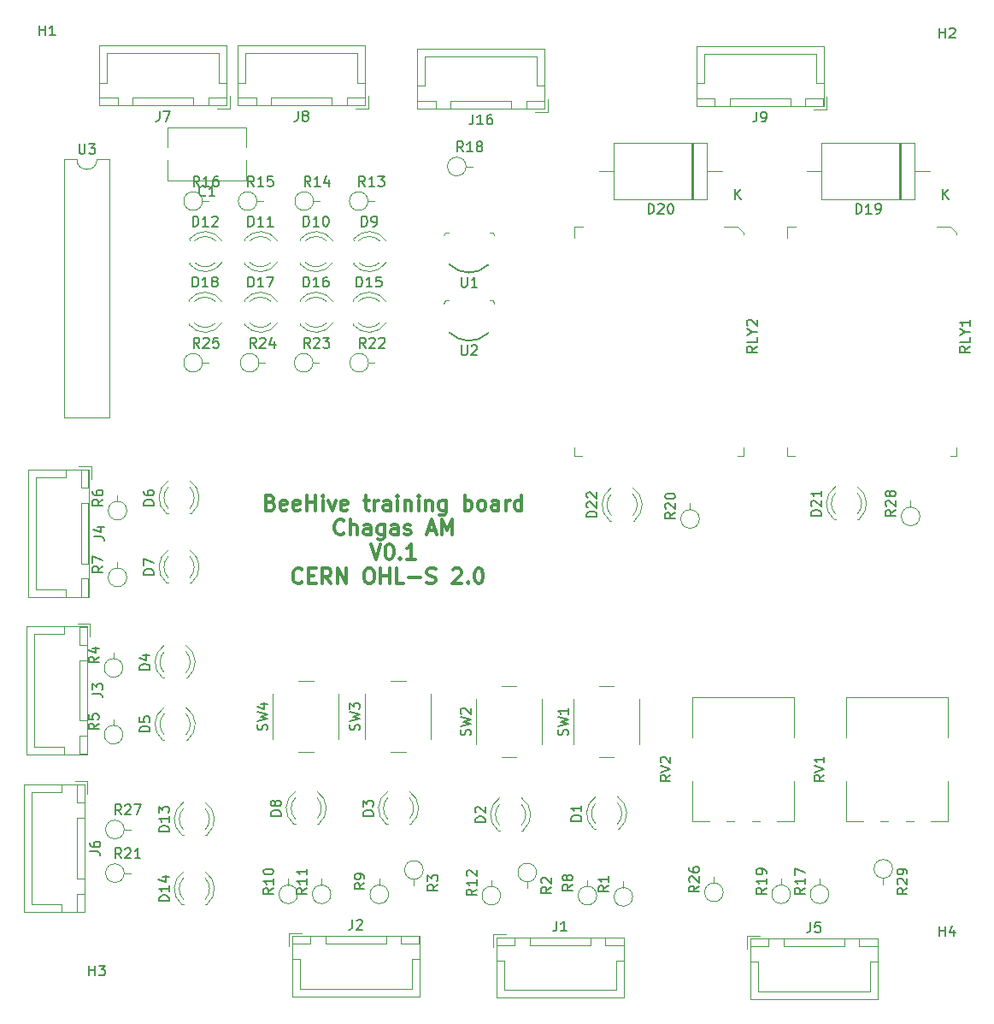
<source format=gbr>
%TF.GenerationSoftware,KiCad,Pcbnew,6.0.7-f9a2dced07~116~ubuntu20.04.1*%
%TF.CreationDate,2022-11-24T17:15:50+00:00*%
%TF.ProjectId,testing_board,74657374-696e-4675-9f62-6f6172642e6b,rev?*%
%TF.SameCoordinates,Original*%
%TF.FileFunction,Legend,Top*%
%TF.FilePolarity,Positive*%
%FSLAX46Y46*%
G04 Gerber Fmt 4.6, Leading zero omitted, Abs format (unit mm)*
G04 Created by KiCad (PCBNEW 6.0.7-f9a2dced07~116~ubuntu20.04.1) date 2022-11-24 17:15:50*
%MOMM*%
%LPD*%
G01*
G04 APERTURE LIST*
%ADD10C,0.300000*%
%ADD11C,0.150000*%
%ADD12C,0.120000*%
%ADD13C,0.100000*%
G04 APERTURE END LIST*
D10*
X63821428Y-68020357D02*
X64035714Y-68091785D01*
X64107142Y-68163214D01*
X64178571Y-68306071D01*
X64178571Y-68520357D01*
X64107142Y-68663214D01*
X64035714Y-68734642D01*
X63892857Y-68806071D01*
X63321428Y-68806071D01*
X63321428Y-67306071D01*
X63821428Y-67306071D01*
X63964285Y-67377500D01*
X64035714Y-67448928D01*
X64107142Y-67591785D01*
X64107142Y-67734642D01*
X64035714Y-67877500D01*
X63964285Y-67948928D01*
X63821428Y-68020357D01*
X63321428Y-68020357D01*
X65392857Y-68734642D02*
X65250000Y-68806071D01*
X64964285Y-68806071D01*
X64821428Y-68734642D01*
X64750000Y-68591785D01*
X64750000Y-68020357D01*
X64821428Y-67877500D01*
X64964285Y-67806071D01*
X65250000Y-67806071D01*
X65392857Y-67877500D01*
X65464285Y-68020357D01*
X65464285Y-68163214D01*
X64750000Y-68306071D01*
X66678571Y-68734642D02*
X66535714Y-68806071D01*
X66250000Y-68806071D01*
X66107142Y-68734642D01*
X66035714Y-68591785D01*
X66035714Y-68020357D01*
X66107142Y-67877500D01*
X66250000Y-67806071D01*
X66535714Y-67806071D01*
X66678571Y-67877500D01*
X66750000Y-68020357D01*
X66750000Y-68163214D01*
X66035714Y-68306071D01*
X67392857Y-68806071D02*
X67392857Y-67306071D01*
X67392857Y-68020357D02*
X68250000Y-68020357D01*
X68250000Y-68806071D02*
X68250000Y-67306071D01*
X68964285Y-68806071D02*
X68964285Y-67806071D01*
X68964285Y-67306071D02*
X68892857Y-67377500D01*
X68964285Y-67448928D01*
X69035714Y-67377500D01*
X68964285Y-67306071D01*
X68964285Y-67448928D01*
X69535714Y-67806071D02*
X69892857Y-68806071D01*
X70250000Y-67806071D01*
X71392857Y-68734642D02*
X71250000Y-68806071D01*
X70964285Y-68806071D01*
X70821428Y-68734642D01*
X70750000Y-68591785D01*
X70750000Y-68020357D01*
X70821428Y-67877500D01*
X70964285Y-67806071D01*
X71250000Y-67806071D01*
X71392857Y-67877500D01*
X71464285Y-68020357D01*
X71464285Y-68163214D01*
X70750000Y-68306071D01*
X73035714Y-67806071D02*
X73607142Y-67806071D01*
X73250000Y-67306071D02*
X73250000Y-68591785D01*
X73321428Y-68734642D01*
X73464285Y-68806071D01*
X73607142Y-68806071D01*
X74107142Y-68806071D02*
X74107142Y-67806071D01*
X74107142Y-68091785D02*
X74178571Y-67948928D01*
X74250000Y-67877500D01*
X74392857Y-67806071D01*
X74535714Y-67806071D01*
X75678571Y-68806071D02*
X75678571Y-68020357D01*
X75607142Y-67877500D01*
X75464285Y-67806071D01*
X75178571Y-67806071D01*
X75035714Y-67877500D01*
X75678571Y-68734642D02*
X75535714Y-68806071D01*
X75178571Y-68806071D01*
X75035714Y-68734642D01*
X74964285Y-68591785D01*
X74964285Y-68448928D01*
X75035714Y-68306071D01*
X75178571Y-68234642D01*
X75535714Y-68234642D01*
X75678571Y-68163214D01*
X76392857Y-68806071D02*
X76392857Y-67806071D01*
X76392857Y-67306071D02*
X76321428Y-67377500D01*
X76392857Y-67448928D01*
X76464285Y-67377500D01*
X76392857Y-67306071D01*
X76392857Y-67448928D01*
X77107142Y-67806071D02*
X77107142Y-68806071D01*
X77107142Y-67948928D02*
X77178571Y-67877500D01*
X77321428Y-67806071D01*
X77535714Y-67806071D01*
X77678571Y-67877500D01*
X77750000Y-68020357D01*
X77750000Y-68806071D01*
X78464285Y-68806071D02*
X78464285Y-67806071D01*
X78464285Y-67306071D02*
X78392857Y-67377500D01*
X78464285Y-67448928D01*
X78535714Y-67377500D01*
X78464285Y-67306071D01*
X78464285Y-67448928D01*
X79178571Y-67806071D02*
X79178571Y-68806071D01*
X79178571Y-67948928D02*
X79250000Y-67877500D01*
X79392857Y-67806071D01*
X79607142Y-67806071D01*
X79750000Y-67877500D01*
X79821428Y-68020357D01*
X79821428Y-68806071D01*
X81178571Y-67806071D02*
X81178571Y-69020357D01*
X81107142Y-69163214D01*
X81035714Y-69234642D01*
X80892857Y-69306071D01*
X80678571Y-69306071D01*
X80535714Y-69234642D01*
X81178571Y-68734642D02*
X81035714Y-68806071D01*
X80750000Y-68806071D01*
X80607142Y-68734642D01*
X80535714Y-68663214D01*
X80464285Y-68520357D01*
X80464285Y-68091785D01*
X80535714Y-67948928D01*
X80607142Y-67877500D01*
X80750000Y-67806071D01*
X81035714Y-67806071D01*
X81178571Y-67877500D01*
X83035714Y-68806071D02*
X83035714Y-67306071D01*
X83035714Y-67877500D02*
X83178571Y-67806071D01*
X83464285Y-67806071D01*
X83607142Y-67877500D01*
X83678571Y-67948928D01*
X83750000Y-68091785D01*
X83750000Y-68520357D01*
X83678571Y-68663214D01*
X83607142Y-68734642D01*
X83464285Y-68806071D01*
X83178571Y-68806071D01*
X83035714Y-68734642D01*
X84607142Y-68806071D02*
X84464285Y-68734642D01*
X84392857Y-68663214D01*
X84321428Y-68520357D01*
X84321428Y-68091785D01*
X84392857Y-67948928D01*
X84464285Y-67877500D01*
X84607142Y-67806071D01*
X84821428Y-67806071D01*
X84964285Y-67877500D01*
X85035714Y-67948928D01*
X85107142Y-68091785D01*
X85107142Y-68520357D01*
X85035714Y-68663214D01*
X84964285Y-68734642D01*
X84821428Y-68806071D01*
X84607142Y-68806071D01*
X86392857Y-68806071D02*
X86392857Y-68020357D01*
X86321428Y-67877500D01*
X86178571Y-67806071D01*
X85892857Y-67806071D01*
X85750000Y-67877500D01*
X86392857Y-68734642D02*
X86250000Y-68806071D01*
X85892857Y-68806071D01*
X85750000Y-68734642D01*
X85678571Y-68591785D01*
X85678571Y-68448928D01*
X85750000Y-68306071D01*
X85892857Y-68234642D01*
X86250000Y-68234642D01*
X86392857Y-68163214D01*
X87107142Y-68806071D02*
X87107142Y-67806071D01*
X87107142Y-68091785D02*
X87178571Y-67948928D01*
X87250000Y-67877500D01*
X87392857Y-67806071D01*
X87535714Y-67806071D01*
X88678571Y-68806071D02*
X88678571Y-67306071D01*
X88678571Y-68734642D02*
X88535714Y-68806071D01*
X88250000Y-68806071D01*
X88107142Y-68734642D01*
X88035714Y-68663214D01*
X87964285Y-68520357D01*
X87964285Y-68091785D01*
X88035714Y-67948928D01*
X88107142Y-67877500D01*
X88250000Y-67806071D01*
X88535714Y-67806071D01*
X88678571Y-67877500D01*
X71071428Y-71078214D02*
X71000000Y-71149642D01*
X70785714Y-71221071D01*
X70642857Y-71221071D01*
X70428571Y-71149642D01*
X70285714Y-71006785D01*
X70214285Y-70863928D01*
X70142857Y-70578214D01*
X70142857Y-70363928D01*
X70214285Y-70078214D01*
X70285714Y-69935357D01*
X70428571Y-69792500D01*
X70642857Y-69721071D01*
X70785714Y-69721071D01*
X71000000Y-69792500D01*
X71071428Y-69863928D01*
X71714285Y-71221071D02*
X71714285Y-69721071D01*
X72357142Y-71221071D02*
X72357142Y-70435357D01*
X72285714Y-70292500D01*
X72142857Y-70221071D01*
X71928571Y-70221071D01*
X71785714Y-70292500D01*
X71714285Y-70363928D01*
X73714285Y-71221071D02*
X73714285Y-70435357D01*
X73642857Y-70292500D01*
X73500000Y-70221071D01*
X73214285Y-70221071D01*
X73071428Y-70292500D01*
X73714285Y-71149642D02*
X73571428Y-71221071D01*
X73214285Y-71221071D01*
X73071428Y-71149642D01*
X73000000Y-71006785D01*
X73000000Y-70863928D01*
X73071428Y-70721071D01*
X73214285Y-70649642D01*
X73571428Y-70649642D01*
X73714285Y-70578214D01*
X75071428Y-70221071D02*
X75071428Y-71435357D01*
X75000000Y-71578214D01*
X74928571Y-71649642D01*
X74785714Y-71721071D01*
X74571428Y-71721071D01*
X74428571Y-71649642D01*
X75071428Y-71149642D02*
X74928571Y-71221071D01*
X74642857Y-71221071D01*
X74500000Y-71149642D01*
X74428571Y-71078214D01*
X74357142Y-70935357D01*
X74357142Y-70506785D01*
X74428571Y-70363928D01*
X74500000Y-70292500D01*
X74642857Y-70221071D01*
X74928571Y-70221071D01*
X75071428Y-70292500D01*
X76428571Y-71221071D02*
X76428571Y-70435357D01*
X76357142Y-70292500D01*
X76214285Y-70221071D01*
X75928571Y-70221071D01*
X75785714Y-70292500D01*
X76428571Y-71149642D02*
X76285714Y-71221071D01*
X75928571Y-71221071D01*
X75785714Y-71149642D01*
X75714285Y-71006785D01*
X75714285Y-70863928D01*
X75785714Y-70721071D01*
X75928571Y-70649642D01*
X76285714Y-70649642D01*
X76428571Y-70578214D01*
X77071428Y-71149642D02*
X77214285Y-71221071D01*
X77500000Y-71221071D01*
X77642857Y-71149642D01*
X77714285Y-71006785D01*
X77714285Y-70935357D01*
X77642857Y-70792500D01*
X77500000Y-70721071D01*
X77285714Y-70721071D01*
X77142857Y-70649642D01*
X77071428Y-70506785D01*
X77071428Y-70435357D01*
X77142857Y-70292500D01*
X77285714Y-70221071D01*
X77500000Y-70221071D01*
X77642857Y-70292500D01*
X79428571Y-70792500D02*
X80142857Y-70792500D01*
X79285714Y-71221071D02*
X79785714Y-69721071D01*
X80285714Y-71221071D01*
X80785714Y-71221071D02*
X80785714Y-69721071D01*
X81285714Y-70792500D01*
X81785714Y-69721071D01*
X81785714Y-71221071D01*
X73714285Y-72136071D02*
X74214285Y-73636071D01*
X74714285Y-72136071D01*
X75500000Y-72136071D02*
X75642857Y-72136071D01*
X75785714Y-72207500D01*
X75857142Y-72278928D01*
X75928571Y-72421785D01*
X76000000Y-72707500D01*
X76000000Y-73064642D01*
X75928571Y-73350357D01*
X75857142Y-73493214D01*
X75785714Y-73564642D01*
X75642857Y-73636071D01*
X75500000Y-73636071D01*
X75357142Y-73564642D01*
X75285714Y-73493214D01*
X75214285Y-73350357D01*
X75142857Y-73064642D01*
X75142857Y-72707500D01*
X75214285Y-72421785D01*
X75285714Y-72278928D01*
X75357142Y-72207500D01*
X75500000Y-72136071D01*
X76642857Y-73493214D02*
X76714285Y-73564642D01*
X76642857Y-73636071D01*
X76571428Y-73564642D01*
X76642857Y-73493214D01*
X76642857Y-73636071D01*
X78142857Y-73636071D02*
X77285714Y-73636071D01*
X77714285Y-73636071D02*
X77714285Y-72136071D01*
X77571428Y-72350357D01*
X77428571Y-72493214D01*
X77285714Y-72564642D01*
X66928571Y-75908214D02*
X66857142Y-75979642D01*
X66642857Y-76051071D01*
X66500000Y-76051071D01*
X66285714Y-75979642D01*
X66142857Y-75836785D01*
X66071428Y-75693928D01*
X66000000Y-75408214D01*
X66000000Y-75193928D01*
X66071428Y-74908214D01*
X66142857Y-74765357D01*
X66285714Y-74622500D01*
X66500000Y-74551071D01*
X66642857Y-74551071D01*
X66857142Y-74622500D01*
X66928571Y-74693928D01*
X67571428Y-75265357D02*
X68071428Y-75265357D01*
X68285714Y-76051071D02*
X67571428Y-76051071D01*
X67571428Y-74551071D01*
X68285714Y-74551071D01*
X69785714Y-76051071D02*
X69285714Y-75336785D01*
X68928571Y-76051071D02*
X68928571Y-74551071D01*
X69500000Y-74551071D01*
X69642857Y-74622500D01*
X69714285Y-74693928D01*
X69785714Y-74836785D01*
X69785714Y-75051071D01*
X69714285Y-75193928D01*
X69642857Y-75265357D01*
X69500000Y-75336785D01*
X68928571Y-75336785D01*
X70428571Y-76051071D02*
X70428571Y-74551071D01*
X71285714Y-76051071D01*
X71285714Y-74551071D01*
X73428571Y-74551071D02*
X73714285Y-74551071D01*
X73857142Y-74622500D01*
X74000000Y-74765357D01*
X74071428Y-75051071D01*
X74071428Y-75551071D01*
X74000000Y-75836785D01*
X73857142Y-75979642D01*
X73714285Y-76051071D01*
X73428571Y-76051071D01*
X73285714Y-75979642D01*
X73142857Y-75836785D01*
X73071428Y-75551071D01*
X73071428Y-75051071D01*
X73142857Y-74765357D01*
X73285714Y-74622500D01*
X73428571Y-74551071D01*
X74714285Y-76051071D02*
X74714285Y-74551071D01*
X74714285Y-75265357D02*
X75571428Y-75265357D01*
X75571428Y-76051071D02*
X75571428Y-74551071D01*
X77000000Y-76051071D02*
X76285714Y-76051071D01*
X76285714Y-74551071D01*
X77500000Y-75479642D02*
X78642857Y-75479642D01*
X79285714Y-75979642D02*
X79500000Y-76051071D01*
X79857142Y-76051071D01*
X80000000Y-75979642D01*
X80071428Y-75908214D01*
X80142857Y-75765357D01*
X80142857Y-75622500D01*
X80071428Y-75479642D01*
X80000000Y-75408214D01*
X79857142Y-75336785D01*
X79571428Y-75265357D01*
X79428571Y-75193928D01*
X79357142Y-75122500D01*
X79285714Y-74979642D01*
X79285714Y-74836785D01*
X79357142Y-74693928D01*
X79428571Y-74622500D01*
X79571428Y-74551071D01*
X79928571Y-74551071D01*
X80142857Y-74622500D01*
X81857142Y-74693928D02*
X81928571Y-74622500D01*
X82071428Y-74551071D01*
X82428571Y-74551071D01*
X82571428Y-74622500D01*
X82642857Y-74693928D01*
X82714285Y-74836785D01*
X82714285Y-74979642D01*
X82642857Y-75193928D01*
X81785714Y-76051071D01*
X82714285Y-76051071D01*
X83357142Y-75908214D02*
X83428571Y-75979642D01*
X83357142Y-76051071D01*
X83285714Y-75979642D01*
X83357142Y-75908214D01*
X83357142Y-76051071D01*
X84357142Y-74551071D02*
X84500000Y-74551071D01*
X84642857Y-74622500D01*
X84714285Y-74693928D01*
X84785714Y-74836785D01*
X84857142Y-75122500D01*
X84857142Y-75479642D01*
X84785714Y-75765357D01*
X84714285Y-75908214D01*
X84642857Y-75979642D01*
X84500000Y-76051071D01*
X84357142Y-76051071D01*
X84214285Y-75979642D01*
X84142857Y-75908214D01*
X84071428Y-75765357D01*
X84000000Y-75479642D01*
X84000000Y-75122500D01*
X84071428Y-74836785D01*
X84142857Y-74693928D01*
X84214285Y-74622500D01*
X84357142Y-74551071D01*
D11*
%TO.C,D1*%
X94591380Y-99544095D02*
X93591380Y-99544095D01*
X93591380Y-99306000D01*
X93639000Y-99163142D01*
X93734238Y-99067904D01*
X93829476Y-99020285D01*
X94019952Y-98972666D01*
X94162809Y-98972666D01*
X94353285Y-99020285D01*
X94448523Y-99067904D01*
X94543761Y-99163142D01*
X94591380Y-99306000D01*
X94591380Y-99544095D01*
X94591380Y-98020285D02*
X94591380Y-98591714D01*
X94591380Y-98306000D02*
X93591380Y-98306000D01*
X93734238Y-98401238D01*
X93829476Y-98496476D01*
X93877095Y-98591714D01*
%TO.C,D3*%
X73970380Y-99036095D02*
X72970380Y-99036095D01*
X72970380Y-98798000D01*
X73018000Y-98655142D01*
X73113238Y-98559904D01*
X73208476Y-98512285D01*
X73398952Y-98464666D01*
X73541809Y-98464666D01*
X73732285Y-98512285D01*
X73827523Y-98559904D01*
X73922761Y-98655142D01*
X73970380Y-98798000D01*
X73970380Y-99036095D01*
X72970380Y-98131333D02*
X72970380Y-97512285D01*
X73351333Y-97845619D01*
X73351333Y-97702761D01*
X73398952Y-97607523D01*
X73446571Y-97559904D01*
X73541809Y-97512285D01*
X73779904Y-97512285D01*
X73875142Y-97559904D01*
X73922761Y-97607523D01*
X73970380Y-97702761D01*
X73970380Y-97988476D01*
X73922761Y-98083714D01*
X73875142Y-98131333D01*
%TO.C,D4*%
X51838380Y-84571095D02*
X50838380Y-84571095D01*
X50838380Y-84333000D01*
X50886000Y-84190142D01*
X50981238Y-84094904D01*
X51076476Y-84047285D01*
X51266952Y-83999666D01*
X51409809Y-83999666D01*
X51600285Y-84047285D01*
X51695523Y-84094904D01*
X51790761Y-84190142D01*
X51838380Y-84333000D01*
X51838380Y-84571095D01*
X51171714Y-83142523D02*
X51838380Y-83142523D01*
X50790761Y-83380619D02*
X51505047Y-83618714D01*
X51505047Y-82999666D01*
%TO.C,D5*%
X51838380Y-90722095D02*
X50838380Y-90722095D01*
X50838380Y-90484000D01*
X50886000Y-90341142D01*
X50981238Y-90245904D01*
X51076476Y-90198285D01*
X51266952Y-90150666D01*
X51409809Y-90150666D01*
X51600285Y-90198285D01*
X51695523Y-90245904D01*
X51790761Y-90341142D01*
X51838380Y-90484000D01*
X51838380Y-90722095D01*
X50838380Y-89245904D02*
X50838380Y-89722095D01*
X51314571Y-89769714D01*
X51266952Y-89722095D01*
X51219333Y-89626857D01*
X51219333Y-89388761D01*
X51266952Y-89293523D01*
X51314571Y-89245904D01*
X51409809Y-89198285D01*
X51647904Y-89198285D01*
X51743142Y-89245904D01*
X51790761Y-89293523D01*
X51838380Y-89388761D01*
X51838380Y-89626857D01*
X51790761Y-89722095D01*
X51743142Y-89769714D01*
%TO.C,D6*%
X52229380Y-68302095D02*
X51229380Y-68302095D01*
X51229380Y-68064000D01*
X51277000Y-67921142D01*
X51372238Y-67825904D01*
X51467476Y-67778285D01*
X51657952Y-67730666D01*
X51800809Y-67730666D01*
X51991285Y-67778285D01*
X52086523Y-67825904D01*
X52181761Y-67921142D01*
X52229380Y-68064000D01*
X52229380Y-68302095D01*
X51229380Y-66873523D02*
X51229380Y-67064000D01*
X51277000Y-67159238D01*
X51324619Y-67206857D01*
X51467476Y-67302095D01*
X51657952Y-67349714D01*
X52038904Y-67349714D01*
X52134142Y-67302095D01*
X52181761Y-67254476D01*
X52229380Y-67159238D01*
X52229380Y-66968761D01*
X52181761Y-66873523D01*
X52134142Y-66825904D01*
X52038904Y-66778285D01*
X51800809Y-66778285D01*
X51705571Y-66825904D01*
X51657952Y-66873523D01*
X51610333Y-66968761D01*
X51610333Y-67159238D01*
X51657952Y-67254476D01*
X51705571Y-67302095D01*
X51800809Y-67349714D01*
%TO.C,D7*%
X52229380Y-75160095D02*
X51229380Y-75160095D01*
X51229380Y-74922000D01*
X51277000Y-74779142D01*
X51372238Y-74683904D01*
X51467476Y-74636285D01*
X51657952Y-74588666D01*
X51800809Y-74588666D01*
X51991285Y-74636285D01*
X52086523Y-74683904D01*
X52181761Y-74779142D01*
X52229380Y-74922000D01*
X52229380Y-75160095D01*
X51229380Y-74255333D02*
X51229380Y-73588666D01*
X52229380Y-74017238D01*
%TO.C,D8*%
X64826380Y-99036095D02*
X63826380Y-99036095D01*
X63826380Y-98798000D01*
X63874000Y-98655142D01*
X63969238Y-98559904D01*
X64064476Y-98512285D01*
X64254952Y-98464666D01*
X64397809Y-98464666D01*
X64588285Y-98512285D01*
X64683523Y-98559904D01*
X64778761Y-98655142D01*
X64826380Y-98798000D01*
X64826380Y-99036095D01*
X64254952Y-97893238D02*
X64207333Y-97988476D01*
X64159714Y-98036095D01*
X64064476Y-98083714D01*
X64016857Y-98083714D01*
X63921619Y-98036095D01*
X63874000Y-97988476D01*
X63826380Y-97893238D01*
X63826380Y-97702761D01*
X63874000Y-97607523D01*
X63921619Y-97559904D01*
X64016857Y-97512285D01*
X64064476Y-97512285D01*
X64159714Y-97559904D01*
X64207333Y-97607523D01*
X64254952Y-97702761D01*
X64254952Y-97893238D01*
X64302571Y-97988476D01*
X64350190Y-98036095D01*
X64445428Y-98083714D01*
X64635904Y-98083714D01*
X64731142Y-98036095D01*
X64778761Y-97988476D01*
X64826380Y-97893238D01*
X64826380Y-97702761D01*
X64778761Y-97607523D01*
X64731142Y-97559904D01*
X64635904Y-97512285D01*
X64445428Y-97512285D01*
X64350190Y-97559904D01*
X64302571Y-97607523D01*
X64254952Y-97702761D01*
%TO.C,D9*%
X72831904Y-40692380D02*
X72831904Y-39692380D01*
X73070000Y-39692380D01*
X73212857Y-39740000D01*
X73308095Y-39835238D01*
X73355714Y-39930476D01*
X73403333Y-40120952D01*
X73403333Y-40263809D01*
X73355714Y-40454285D01*
X73308095Y-40549523D01*
X73212857Y-40644761D01*
X73070000Y-40692380D01*
X72831904Y-40692380D01*
X73879523Y-40692380D02*
X74070000Y-40692380D01*
X74165238Y-40644761D01*
X74212857Y-40597142D01*
X74308095Y-40454285D01*
X74355714Y-40263809D01*
X74355714Y-39882857D01*
X74308095Y-39787619D01*
X74260476Y-39740000D01*
X74165238Y-39692380D01*
X73974761Y-39692380D01*
X73879523Y-39740000D01*
X73831904Y-39787619D01*
X73784285Y-39882857D01*
X73784285Y-40120952D01*
X73831904Y-40216190D01*
X73879523Y-40263809D01*
X73974761Y-40311428D01*
X74165238Y-40311428D01*
X74260476Y-40263809D01*
X74308095Y-40216190D01*
X74355714Y-40120952D01*
%TO.C,D10*%
X67080714Y-40692380D02*
X67080714Y-39692380D01*
X67318809Y-39692380D01*
X67461666Y-39740000D01*
X67556904Y-39835238D01*
X67604523Y-39930476D01*
X67652142Y-40120952D01*
X67652142Y-40263809D01*
X67604523Y-40454285D01*
X67556904Y-40549523D01*
X67461666Y-40644761D01*
X67318809Y-40692380D01*
X67080714Y-40692380D01*
X68604523Y-40692380D02*
X68033095Y-40692380D01*
X68318809Y-40692380D02*
X68318809Y-39692380D01*
X68223571Y-39835238D01*
X68128333Y-39930476D01*
X68033095Y-39978095D01*
X69223571Y-39692380D02*
X69318809Y-39692380D01*
X69414047Y-39740000D01*
X69461666Y-39787619D01*
X69509285Y-39882857D01*
X69556904Y-40073333D01*
X69556904Y-40311428D01*
X69509285Y-40501904D01*
X69461666Y-40597142D01*
X69414047Y-40644761D01*
X69318809Y-40692380D01*
X69223571Y-40692380D01*
X69128333Y-40644761D01*
X69080714Y-40597142D01*
X69033095Y-40501904D01*
X68985476Y-40311428D01*
X68985476Y-40073333D01*
X69033095Y-39882857D01*
X69080714Y-39787619D01*
X69128333Y-39740000D01*
X69223571Y-39692380D01*
%TO.C,D11*%
X61580714Y-40692380D02*
X61580714Y-39692380D01*
X61818809Y-39692380D01*
X61961666Y-39740000D01*
X62056904Y-39835238D01*
X62104523Y-39930476D01*
X62152142Y-40120952D01*
X62152142Y-40263809D01*
X62104523Y-40454285D01*
X62056904Y-40549523D01*
X61961666Y-40644761D01*
X61818809Y-40692380D01*
X61580714Y-40692380D01*
X63104523Y-40692380D02*
X62533095Y-40692380D01*
X62818809Y-40692380D02*
X62818809Y-39692380D01*
X62723571Y-39835238D01*
X62628333Y-39930476D01*
X62533095Y-39978095D01*
X64056904Y-40692380D02*
X63485476Y-40692380D01*
X63771190Y-40692380D02*
X63771190Y-39692380D01*
X63675952Y-39835238D01*
X63580714Y-39930476D01*
X63485476Y-39978095D01*
%TO.C,D12*%
X56105714Y-40692380D02*
X56105714Y-39692380D01*
X56343809Y-39692380D01*
X56486666Y-39740000D01*
X56581904Y-39835238D01*
X56629523Y-39930476D01*
X56677142Y-40120952D01*
X56677142Y-40263809D01*
X56629523Y-40454285D01*
X56581904Y-40549523D01*
X56486666Y-40644761D01*
X56343809Y-40692380D01*
X56105714Y-40692380D01*
X57629523Y-40692380D02*
X57058095Y-40692380D01*
X57343809Y-40692380D02*
X57343809Y-39692380D01*
X57248571Y-39835238D01*
X57153333Y-39930476D01*
X57058095Y-39978095D01*
X58010476Y-39787619D02*
X58058095Y-39740000D01*
X58153333Y-39692380D01*
X58391428Y-39692380D01*
X58486666Y-39740000D01*
X58534285Y-39787619D01*
X58581904Y-39882857D01*
X58581904Y-39978095D01*
X58534285Y-40120952D01*
X57962857Y-40692380D01*
X58581904Y-40692380D01*
%TO.C,D13*%
X53742380Y-100586285D02*
X52742380Y-100586285D01*
X52742380Y-100348190D01*
X52790000Y-100205333D01*
X52885238Y-100110095D01*
X52980476Y-100062476D01*
X53170952Y-100014857D01*
X53313809Y-100014857D01*
X53504285Y-100062476D01*
X53599523Y-100110095D01*
X53694761Y-100205333D01*
X53742380Y-100348190D01*
X53742380Y-100586285D01*
X53742380Y-99062476D02*
X53742380Y-99633904D01*
X53742380Y-99348190D02*
X52742380Y-99348190D01*
X52885238Y-99443428D01*
X52980476Y-99538666D01*
X53028095Y-99633904D01*
X52742380Y-98729142D02*
X52742380Y-98110095D01*
X53123333Y-98443428D01*
X53123333Y-98300571D01*
X53170952Y-98205333D01*
X53218571Y-98157714D01*
X53313809Y-98110095D01*
X53551904Y-98110095D01*
X53647142Y-98157714D01*
X53694761Y-98205333D01*
X53742380Y-98300571D01*
X53742380Y-98586285D01*
X53694761Y-98681523D01*
X53647142Y-98729142D01*
%TO.C,D14*%
X53742380Y-107469285D02*
X52742380Y-107469285D01*
X52742380Y-107231190D01*
X52790000Y-107088333D01*
X52885238Y-106993095D01*
X52980476Y-106945476D01*
X53170952Y-106897857D01*
X53313809Y-106897857D01*
X53504285Y-106945476D01*
X53599523Y-106993095D01*
X53694761Y-107088333D01*
X53742380Y-107231190D01*
X53742380Y-107469285D01*
X53742380Y-105945476D02*
X53742380Y-106516904D01*
X53742380Y-106231190D02*
X52742380Y-106231190D01*
X52885238Y-106326428D01*
X52980476Y-106421666D01*
X53028095Y-106516904D01*
X53075714Y-105088333D02*
X53742380Y-105088333D01*
X52694761Y-105326428D02*
X53409047Y-105564523D01*
X53409047Y-104945476D01*
%TO.C,D15*%
X72330714Y-46692380D02*
X72330714Y-45692380D01*
X72568809Y-45692380D01*
X72711666Y-45740000D01*
X72806904Y-45835238D01*
X72854523Y-45930476D01*
X72902142Y-46120952D01*
X72902142Y-46263809D01*
X72854523Y-46454285D01*
X72806904Y-46549523D01*
X72711666Y-46644761D01*
X72568809Y-46692380D01*
X72330714Y-46692380D01*
X73854523Y-46692380D02*
X73283095Y-46692380D01*
X73568809Y-46692380D02*
X73568809Y-45692380D01*
X73473571Y-45835238D01*
X73378333Y-45930476D01*
X73283095Y-45978095D01*
X74759285Y-45692380D02*
X74283095Y-45692380D01*
X74235476Y-46168571D01*
X74283095Y-46120952D01*
X74378333Y-46073333D01*
X74616428Y-46073333D01*
X74711666Y-46120952D01*
X74759285Y-46168571D01*
X74806904Y-46263809D01*
X74806904Y-46501904D01*
X74759285Y-46597142D01*
X74711666Y-46644761D01*
X74616428Y-46692380D01*
X74378333Y-46692380D01*
X74283095Y-46644761D01*
X74235476Y-46597142D01*
%TO.C,D16*%
X67080714Y-46692380D02*
X67080714Y-45692380D01*
X67318809Y-45692380D01*
X67461666Y-45740000D01*
X67556904Y-45835238D01*
X67604523Y-45930476D01*
X67652142Y-46120952D01*
X67652142Y-46263809D01*
X67604523Y-46454285D01*
X67556904Y-46549523D01*
X67461666Y-46644761D01*
X67318809Y-46692380D01*
X67080714Y-46692380D01*
X68604523Y-46692380D02*
X68033095Y-46692380D01*
X68318809Y-46692380D02*
X68318809Y-45692380D01*
X68223571Y-45835238D01*
X68128333Y-45930476D01*
X68033095Y-45978095D01*
X69461666Y-45692380D02*
X69271190Y-45692380D01*
X69175952Y-45740000D01*
X69128333Y-45787619D01*
X69033095Y-45930476D01*
X68985476Y-46120952D01*
X68985476Y-46501904D01*
X69033095Y-46597142D01*
X69080714Y-46644761D01*
X69175952Y-46692380D01*
X69366428Y-46692380D01*
X69461666Y-46644761D01*
X69509285Y-46597142D01*
X69556904Y-46501904D01*
X69556904Y-46263809D01*
X69509285Y-46168571D01*
X69461666Y-46120952D01*
X69366428Y-46073333D01*
X69175952Y-46073333D01*
X69080714Y-46120952D01*
X69033095Y-46168571D01*
X68985476Y-46263809D01*
%TO.C,D17*%
X61580714Y-46692380D02*
X61580714Y-45692380D01*
X61818809Y-45692380D01*
X61961666Y-45740000D01*
X62056904Y-45835238D01*
X62104523Y-45930476D01*
X62152142Y-46120952D01*
X62152142Y-46263809D01*
X62104523Y-46454285D01*
X62056904Y-46549523D01*
X61961666Y-46644761D01*
X61818809Y-46692380D01*
X61580714Y-46692380D01*
X63104523Y-46692380D02*
X62533095Y-46692380D01*
X62818809Y-46692380D02*
X62818809Y-45692380D01*
X62723571Y-45835238D01*
X62628333Y-45930476D01*
X62533095Y-45978095D01*
X63437857Y-45692380D02*
X64104523Y-45692380D01*
X63675952Y-46692380D01*
%TO.C,D18*%
X56080714Y-46692380D02*
X56080714Y-45692380D01*
X56318809Y-45692380D01*
X56461666Y-45740000D01*
X56556904Y-45835238D01*
X56604523Y-45930476D01*
X56652142Y-46120952D01*
X56652142Y-46263809D01*
X56604523Y-46454285D01*
X56556904Y-46549523D01*
X56461666Y-46644761D01*
X56318809Y-46692380D01*
X56080714Y-46692380D01*
X57604523Y-46692380D02*
X57033095Y-46692380D01*
X57318809Y-46692380D02*
X57318809Y-45692380D01*
X57223571Y-45835238D01*
X57128333Y-45930476D01*
X57033095Y-45978095D01*
X58175952Y-46120952D02*
X58080714Y-46073333D01*
X58033095Y-46025714D01*
X57985476Y-45930476D01*
X57985476Y-45882857D01*
X58033095Y-45787619D01*
X58080714Y-45740000D01*
X58175952Y-45692380D01*
X58366428Y-45692380D01*
X58461666Y-45740000D01*
X58509285Y-45787619D01*
X58556904Y-45882857D01*
X58556904Y-45930476D01*
X58509285Y-46025714D01*
X58461666Y-46073333D01*
X58366428Y-46120952D01*
X58175952Y-46120952D01*
X58080714Y-46168571D01*
X58033095Y-46216190D01*
X57985476Y-46311428D01*
X57985476Y-46501904D01*
X58033095Y-46597142D01*
X58080714Y-46644761D01*
X58175952Y-46692380D01*
X58366428Y-46692380D01*
X58461666Y-46644761D01*
X58509285Y-46597142D01*
X58556904Y-46501904D01*
X58556904Y-46311428D01*
X58509285Y-46216190D01*
X58461666Y-46168571D01*
X58366428Y-46120952D01*
%TO.C,J1*%
X92133666Y-109440380D02*
X92133666Y-110154666D01*
X92086047Y-110297523D01*
X91990809Y-110392761D01*
X91847952Y-110440380D01*
X91752714Y-110440380D01*
X93133666Y-110440380D02*
X92562238Y-110440380D01*
X92847952Y-110440380D02*
X92847952Y-109440380D01*
X92752714Y-109583238D01*
X92657476Y-109678476D01*
X92562238Y-109726095D01*
%TO.C,J2*%
X71893666Y-109313380D02*
X71893666Y-110027666D01*
X71846047Y-110170523D01*
X71750809Y-110265761D01*
X71607952Y-110313380D01*
X71512714Y-110313380D01*
X72322238Y-109408619D02*
X72369857Y-109361000D01*
X72465095Y-109313380D01*
X72703190Y-109313380D01*
X72798428Y-109361000D01*
X72846047Y-109408619D01*
X72893666Y-109503857D01*
X72893666Y-109599095D01*
X72846047Y-109741952D01*
X72274619Y-110313380D01*
X72893666Y-110313380D01*
%TO.C,J3*%
X46172380Y-86955333D02*
X46886666Y-86955333D01*
X47029523Y-87002952D01*
X47124761Y-87098190D01*
X47172380Y-87241047D01*
X47172380Y-87336285D01*
X46172380Y-86574380D02*
X46172380Y-85955333D01*
X46553333Y-86288666D01*
X46553333Y-86145809D01*
X46600952Y-86050571D01*
X46648571Y-86002952D01*
X46743809Y-85955333D01*
X46981904Y-85955333D01*
X47077142Y-86002952D01*
X47124761Y-86050571D01*
X47172380Y-86145809D01*
X47172380Y-86431523D01*
X47124761Y-86526761D01*
X47077142Y-86574380D01*
%TO.C,J4*%
X46309380Y-71393333D02*
X47023666Y-71393333D01*
X47166523Y-71440952D01*
X47261761Y-71536190D01*
X47309380Y-71679047D01*
X47309380Y-71774285D01*
X46642714Y-70488571D02*
X47309380Y-70488571D01*
X46261761Y-70726666D02*
X46976047Y-70964761D01*
X46976047Y-70345714D01*
%TO.C,J5*%
X117286665Y-109560379D02*
X117286665Y-110274665D01*
X117239046Y-110417522D01*
X117143808Y-110512760D01*
X117000951Y-110560379D01*
X116905713Y-110560379D01*
X118239046Y-109560379D02*
X117762856Y-109560379D01*
X117715237Y-110036570D01*
X117762856Y-109988951D01*
X117858094Y-109941332D01*
X118096189Y-109941332D01*
X118191427Y-109988951D01*
X118239046Y-110036570D01*
X118286665Y-110131808D01*
X118286665Y-110369903D01*
X118239046Y-110465141D01*
X118191427Y-110512760D01*
X118096189Y-110560379D01*
X117858094Y-110560379D01*
X117762856Y-110512760D01*
X117715237Y-110465141D01*
%TO.C,R1*%
X97282380Y-105957666D02*
X96806190Y-106291000D01*
X97282380Y-106529095D02*
X96282380Y-106529095D01*
X96282380Y-106148142D01*
X96330000Y-106052904D01*
X96377619Y-106005285D01*
X96472857Y-105957666D01*
X96615714Y-105957666D01*
X96710952Y-106005285D01*
X96758571Y-106052904D01*
X96806190Y-106148142D01*
X96806190Y-106529095D01*
X97282380Y-105005285D02*
X97282380Y-105576714D01*
X97282380Y-105291000D02*
X96282380Y-105291000D01*
X96425238Y-105386238D01*
X96520476Y-105481476D01*
X96568095Y-105576714D01*
%TO.C,R2*%
X91597380Y-106084666D02*
X91121190Y-106418000D01*
X91597380Y-106656095D02*
X90597380Y-106656095D01*
X90597380Y-106275142D01*
X90645000Y-106179904D01*
X90692619Y-106132285D01*
X90787857Y-106084666D01*
X90930714Y-106084666D01*
X91025952Y-106132285D01*
X91073571Y-106179904D01*
X91121190Y-106275142D01*
X91121190Y-106656095D01*
X90692619Y-105703714D02*
X90645000Y-105656095D01*
X90597380Y-105560857D01*
X90597380Y-105322761D01*
X90645000Y-105227523D01*
X90692619Y-105179904D01*
X90787857Y-105132285D01*
X90883095Y-105132285D01*
X91025952Y-105179904D01*
X91597380Y-105751333D01*
X91597380Y-105132285D01*
%TO.C,R3*%
X80374380Y-105830666D02*
X79898190Y-106164000D01*
X80374380Y-106402095D02*
X79374380Y-106402095D01*
X79374380Y-106021142D01*
X79422000Y-105925904D01*
X79469619Y-105878285D01*
X79564857Y-105830666D01*
X79707714Y-105830666D01*
X79802952Y-105878285D01*
X79850571Y-105925904D01*
X79898190Y-106021142D01*
X79898190Y-106402095D01*
X79374380Y-105497333D02*
X79374380Y-104878285D01*
X79755333Y-105211619D01*
X79755333Y-105068761D01*
X79802952Y-104973523D01*
X79850571Y-104925904D01*
X79945809Y-104878285D01*
X80183904Y-104878285D01*
X80279142Y-104925904D01*
X80326761Y-104973523D01*
X80374380Y-105068761D01*
X80374380Y-105354476D01*
X80326761Y-105449714D01*
X80279142Y-105497333D01*
%TO.C,R4*%
X46782380Y-83292666D02*
X46306190Y-83626000D01*
X46782380Y-83864095D02*
X45782380Y-83864095D01*
X45782380Y-83483142D01*
X45830000Y-83387904D01*
X45877619Y-83340285D01*
X45972857Y-83292666D01*
X46115714Y-83292666D01*
X46210952Y-83340285D01*
X46258571Y-83387904D01*
X46306190Y-83483142D01*
X46306190Y-83864095D01*
X46115714Y-82435523D02*
X46782380Y-82435523D01*
X45734761Y-82673619D02*
X46449047Y-82911714D01*
X46449047Y-82292666D01*
%TO.C,R5*%
X46782380Y-89896666D02*
X46306190Y-90230000D01*
X46782380Y-90468095D02*
X45782380Y-90468095D01*
X45782380Y-90087142D01*
X45830000Y-89991904D01*
X45877619Y-89944285D01*
X45972857Y-89896666D01*
X46115714Y-89896666D01*
X46210952Y-89944285D01*
X46258571Y-89991904D01*
X46306190Y-90087142D01*
X46306190Y-90468095D01*
X45782380Y-88991904D02*
X45782380Y-89468095D01*
X46258571Y-89515714D01*
X46210952Y-89468095D01*
X46163333Y-89372857D01*
X46163333Y-89134761D01*
X46210952Y-89039523D01*
X46258571Y-88991904D01*
X46353809Y-88944285D01*
X46591904Y-88944285D01*
X46687142Y-88991904D01*
X46734761Y-89039523D01*
X46782380Y-89134761D01*
X46782380Y-89372857D01*
X46734761Y-89468095D01*
X46687142Y-89515714D01*
%TO.C,R6*%
X47173380Y-67730666D02*
X46697190Y-68064000D01*
X47173380Y-68302095D02*
X46173380Y-68302095D01*
X46173380Y-67921142D01*
X46221000Y-67825904D01*
X46268619Y-67778285D01*
X46363857Y-67730666D01*
X46506714Y-67730666D01*
X46601952Y-67778285D01*
X46649571Y-67825904D01*
X46697190Y-67921142D01*
X46697190Y-68302095D01*
X46173380Y-66873523D02*
X46173380Y-67064000D01*
X46221000Y-67159238D01*
X46268619Y-67206857D01*
X46411476Y-67302095D01*
X46601952Y-67349714D01*
X46982904Y-67349714D01*
X47078142Y-67302095D01*
X47125761Y-67254476D01*
X47173380Y-67159238D01*
X47173380Y-66968761D01*
X47125761Y-66873523D01*
X47078142Y-66825904D01*
X46982904Y-66778285D01*
X46744809Y-66778285D01*
X46649571Y-66825904D01*
X46601952Y-66873523D01*
X46554333Y-66968761D01*
X46554333Y-67159238D01*
X46601952Y-67254476D01*
X46649571Y-67302095D01*
X46744809Y-67349714D01*
%TO.C,R7*%
X47173380Y-74334666D02*
X46697190Y-74668000D01*
X47173380Y-74906095D02*
X46173380Y-74906095D01*
X46173380Y-74525142D01*
X46221000Y-74429904D01*
X46268619Y-74382285D01*
X46363857Y-74334666D01*
X46506714Y-74334666D01*
X46601952Y-74382285D01*
X46649571Y-74429904D01*
X46697190Y-74525142D01*
X46697190Y-74906095D01*
X46173380Y-74001333D02*
X46173380Y-73334666D01*
X47173380Y-73763238D01*
%TO.C,R8*%
X93726380Y-105830666D02*
X93250190Y-106164000D01*
X93726380Y-106402095D02*
X92726380Y-106402095D01*
X92726380Y-106021142D01*
X92774000Y-105925904D01*
X92821619Y-105878285D01*
X92916857Y-105830666D01*
X93059714Y-105830666D01*
X93154952Y-105878285D01*
X93202571Y-105925904D01*
X93250190Y-106021142D01*
X93250190Y-106402095D01*
X93154952Y-105259238D02*
X93107333Y-105354476D01*
X93059714Y-105402095D01*
X92964476Y-105449714D01*
X92916857Y-105449714D01*
X92821619Y-105402095D01*
X92774000Y-105354476D01*
X92726380Y-105259238D01*
X92726380Y-105068761D01*
X92774000Y-104973523D01*
X92821619Y-104925904D01*
X92916857Y-104878285D01*
X92964476Y-104878285D01*
X93059714Y-104925904D01*
X93107333Y-104973523D01*
X93154952Y-105068761D01*
X93154952Y-105259238D01*
X93202571Y-105354476D01*
X93250190Y-105402095D01*
X93345428Y-105449714D01*
X93535904Y-105449714D01*
X93631142Y-105402095D01*
X93678761Y-105354476D01*
X93726380Y-105259238D01*
X93726380Y-105068761D01*
X93678761Y-104973523D01*
X93631142Y-104925904D01*
X93535904Y-104878285D01*
X93345428Y-104878285D01*
X93250190Y-104925904D01*
X93202571Y-104973523D01*
X93154952Y-105068761D01*
%TO.C,R9*%
X73105380Y-105703666D02*
X72629190Y-106037000D01*
X73105380Y-106275095D02*
X72105380Y-106275095D01*
X72105380Y-105894142D01*
X72153000Y-105798904D01*
X72200619Y-105751285D01*
X72295857Y-105703666D01*
X72438714Y-105703666D01*
X72533952Y-105751285D01*
X72581571Y-105798904D01*
X72629190Y-105894142D01*
X72629190Y-106275095D01*
X73105380Y-105227476D02*
X73105380Y-105037000D01*
X73057761Y-104941761D01*
X73010142Y-104894142D01*
X72867285Y-104798904D01*
X72676809Y-104751285D01*
X72295857Y-104751285D01*
X72200619Y-104798904D01*
X72153000Y-104846523D01*
X72105380Y-104941761D01*
X72105380Y-105132238D01*
X72153000Y-105227476D01*
X72200619Y-105275095D01*
X72295857Y-105322714D01*
X72533952Y-105322714D01*
X72629190Y-105275095D01*
X72676809Y-105227476D01*
X72724428Y-105132238D01*
X72724428Y-104941761D01*
X72676809Y-104846523D01*
X72629190Y-104798904D01*
X72533952Y-104751285D01*
%TO.C,R10*%
X64088380Y-106179857D02*
X63612190Y-106513190D01*
X64088380Y-106751285D02*
X63088380Y-106751285D01*
X63088380Y-106370333D01*
X63136000Y-106275095D01*
X63183619Y-106227476D01*
X63278857Y-106179857D01*
X63421714Y-106179857D01*
X63516952Y-106227476D01*
X63564571Y-106275095D01*
X63612190Y-106370333D01*
X63612190Y-106751285D01*
X64088380Y-105227476D02*
X64088380Y-105798904D01*
X64088380Y-105513190D02*
X63088380Y-105513190D01*
X63231238Y-105608428D01*
X63326476Y-105703666D01*
X63374095Y-105798904D01*
X63088380Y-104608428D02*
X63088380Y-104513190D01*
X63136000Y-104417952D01*
X63183619Y-104370333D01*
X63278857Y-104322714D01*
X63469333Y-104275095D01*
X63707428Y-104275095D01*
X63897904Y-104322714D01*
X63993142Y-104370333D01*
X64040761Y-104417952D01*
X64088380Y-104513190D01*
X64088380Y-104608428D01*
X64040761Y-104703666D01*
X63993142Y-104751285D01*
X63897904Y-104798904D01*
X63707428Y-104846523D01*
X63469333Y-104846523D01*
X63278857Y-104798904D01*
X63183619Y-104751285D01*
X63136000Y-104703666D01*
X63088380Y-104608428D01*
%TO.C,R11*%
X67390380Y-106179857D02*
X66914190Y-106513190D01*
X67390380Y-106751285D02*
X66390380Y-106751285D01*
X66390380Y-106370333D01*
X66438000Y-106275095D01*
X66485619Y-106227476D01*
X66580857Y-106179857D01*
X66723714Y-106179857D01*
X66818952Y-106227476D01*
X66866571Y-106275095D01*
X66914190Y-106370333D01*
X66914190Y-106751285D01*
X67390380Y-105227476D02*
X67390380Y-105798904D01*
X67390380Y-105513190D02*
X66390380Y-105513190D01*
X66533238Y-105608428D01*
X66628476Y-105703666D01*
X66676095Y-105798904D01*
X67390380Y-104275095D02*
X67390380Y-104846523D01*
X67390380Y-104560809D02*
X66390380Y-104560809D01*
X66533238Y-104656047D01*
X66628476Y-104751285D01*
X66676095Y-104846523D01*
%TO.C,R12*%
X84201380Y-106306857D02*
X83725190Y-106640190D01*
X84201380Y-106878285D02*
X83201380Y-106878285D01*
X83201380Y-106497333D01*
X83249000Y-106402095D01*
X83296619Y-106354476D01*
X83391857Y-106306857D01*
X83534714Y-106306857D01*
X83629952Y-106354476D01*
X83677571Y-106402095D01*
X83725190Y-106497333D01*
X83725190Y-106878285D01*
X84201380Y-105354476D02*
X84201380Y-105925904D01*
X84201380Y-105640190D02*
X83201380Y-105640190D01*
X83344238Y-105735428D01*
X83439476Y-105830666D01*
X83487095Y-105925904D01*
X83296619Y-104973523D02*
X83249000Y-104925904D01*
X83201380Y-104830666D01*
X83201380Y-104592571D01*
X83249000Y-104497333D01*
X83296619Y-104449714D01*
X83391857Y-104402095D01*
X83487095Y-104402095D01*
X83629952Y-104449714D01*
X84201380Y-105021142D01*
X84201380Y-104402095D01*
%TO.C,R13*%
X73157142Y-36732380D02*
X72823809Y-36256190D01*
X72585714Y-36732380D02*
X72585714Y-35732380D01*
X72966666Y-35732380D01*
X73061904Y-35780000D01*
X73109523Y-35827619D01*
X73157142Y-35922857D01*
X73157142Y-36065714D01*
X73109523Y-36160952D01*
X73061904Y-36208571D01*
X72966666Y-36256190D01*
X72585714Y-36256190D01*
X74109523Y-36732380D02*
X73538095Y-36732380D01*
X73823809Y-36732380D02*
X73823809Y-35732380D01*
X73728571Y-35875238D01*
X73633333Y-35970476D01*
X73538095Y-36018095D01*
X74442857Y-35732380D02*
X75061904Y-35732380D01*
X74728571Y-36113333D01*
X74871428Y-36113333D01*
X74966666Y-36160952D01*
X75014285Y-36208571D01*
X75061904Y-36303809D01*
X75061904Y-36541904D01*
X75014285Y-36637142D01*
X74966666Y-36684761D01*
X74871428Y-36732380D01*
X74585714Y-36732380D01*
X74490476Y-36684761D01*
X74442857Y-36637142D01*
%TO.C,R14*%
X67757142Y-36732380D02*
X67423809Y-36256190D01*
X67185714Y-36732380D02*
X67185714Y-35732380D01*
X67566666Y-35732380D01*
X67661904Y-35780000D01*
X67709523Y-35827619D01*
X67757142Y-35922857D01*
X67757142Y-36065714D01*
X67709523Y-36160952D01*
X67661904Y-36208571D01*
X67566666Y-36256190D01*
X67185714Y-36256190D01*
X68709523Y-36732380D02*
X68138095Y-36732380D01*
X68423809Y-36732380D02*
X68423809Y-35732380D01*
X68328571Y-35875238D01*
X68233333Y-35970476D01*
X68138095Y-36018095D01*
X69566666Y-36065714D02*
X69566666Y-36732380D01*
X69328571Y-35684761D02*
X69090476Y-36399047D01*
X69709523Y-36399047D01*
%TO.C,R15*%
X62157142Y-36732380D02*
X61823809Y-36256190D01*
X61585714Y-36732380D02*
X61585714Y-35732380D01*
X61966666Y-35732380D01*
X62061904Y-35780000D01*
X62109523Y-35827619D01*
X62157142Y-35922857D01*
X62157142Y-36065714D01*
X62109523Y-36160952D01*
X62061904Y-36208571D01*
X61966666Y-36256190D01*
X61585714Y-36256190D01*
X63109523Y-36732380D02*
X62538095Y-36732380D01*
X62823809Y-36732380D02*
X62823809Y-35732380D01*
X62728571Y-35875238D01*
X62633333Y-35970476D01*
X62538095Y-36018095D01*
X64014285Y-35732380D02*
X63538095Y-35732380D01*
X63490476Y-36208571D01*
X63538095Y-36160952D01*
X63633333Y-36113333D01*
X63871428Y-36113333D01*
X63966666Y-36160952D01*
X64014285Y-36208571D01*
X64061904Y-36303809D01*
X64061904Y-36541904D01*
X64014285Y-36637142D01*
X63966666Y-36684761D01*
X63871428Y-36732380D01*
X63633333Y-36732380D01*
X63538095Y-36684761D01*
X63490476Y-36637142D01*
%TO.C,R16*%
X56757142Y-36732380D02*
X56423809Y-36256190D01*
X56185714Y-36732380D02*
X56185714Y-35732380D01*
X56566666Y-35732380D01*
X56661904Y-35780000D01*
X56709523Y-35827619D01*
X56757142Y-35922857D01*
X56757142Y-36065714D01*
X56709523Y-36160952D01*
X56661904Y-36208571D01*
X56566666Y-36256190D01*
X56185714Y-36256190D01*
X57709523Y-36732380D02*
X57138095Y-36732380D01*
X57423809Y-36732380D02*
X57423809Y-35732380D01*
X57328571Y-35875238D01*
X57233333Y-35970476D01*
X57138095Y-36018095D01*
X58566666Y-35732380D02*
X58376190Y-35732380D01*
X58280952Y-35780000D01*
X58233333Y-35827619D01*
X58138095Y-35970476D01*
X58090476Y-36160952D01*
X58090476Y-36541904D01*
X58138095Y-36637142D01*
X58185714Y-36684761D01*
X58280952Y-36732380D01*
X58471428Y-36732380D01*
X58566666Y-36684761D01*
X58614285Y-36637142D01*
X58661904Y-36541904D01*
X58661904Y-36303809D01*
X58614285Y-36208571D01*
X58566666Y-36160952D01*
X58471428Y-36113333D01*
X58280952Y-36113333D01*
X58185714Y-36160952D01*
X58138095Y-36208571D01*
X58090476Y-36303809D01*
%TO.C,R17*%
X116720379Y-106172856D02*
X116244189Y-106506189D01*
X116720379Y-106744284D02*
X115720379Y-106744284D01*
X115720379Y-106363332D01*
X115767999Y-106268094D01*
X115815618Y-106220475D01*
X115910856Y-106172856D01*
X116053713Y-106172856D01*
X116148951Y-106220475D01*
X116196570Y-106268094D01*
X116244189Y-106363332D01*
X116244189Y-106744284D01*
X116720379Y-105220475D02*
X116720379Y-105791903D01*
X116720379Y-105506189D02*
X115720379Y-105506189D01*
X115863237Y-105601427D01*
X115958475Y-105696665D01*
X116006094Y-105791903D01*
X115720379Y-104887141D02*
X115720379Y-104220475D01*
X116720379Y-104649046D01*
%TO.C,R18*%
X82876142Y-33307380D02*
X82542809Y-32831190D01*
X82304714Y-33307380D02*
X82304714Y-32307380D01*
X82685666Y-32307380D01*
X82780904Y-32355000D01*
X82828523Y-32402619D01*
X82876142Y-32497857D01*
X82876142Y-32640714D01*
X82828523Y-32735952D01*
X82780904Y-32783571D01*
X82685666Y-32831190D01*
X82304714Y-32831190D01*
X83828523Y-33307380D02*
X83257095Y-33307380D01*
X83542809Y-33307380D02*
X83542809Y-32307380D01*
X83447571Y-32450238D01*
X83352333Y-32545476D01*
X83257095Y-32593095D01*
X84399952Y-32735952D02*
X84304714Y-32688333D01*
X84257095Y-32640714D01*
X84209476Y-32545476D01*
X84209476Y-32497857D01*
X84257095Y-32402619D01*
X84304714Y-32355000D01*
X84399952Y-32307380D01*
X84590428Y-32307380D01*
X84685666Y-32355000D01*
X84733285Y-32402619D01*
X84780904Y-32497857D01*
X84780904Y-32545476D01*
X84733285Y-32640714D01*
X84685666Y-32688333D01*
X84590428Y-32735952D01*
X84399952Y-32735952D01*
X84304714Y-32783571D01*
X84257095Y-32831190D01*
X84209476Y-32926428D01*
X84209476Y-33116904D01*
X84257095Y-33212142D01*
X84304714Y-33259761D01*
X84399952Y-33307380D01*
X84590428Y-33307380D01*
X84685666Y-33259761D01*
X84733285Y-33212142D01*
X84780904Y-33116904D01*
X84780904Y-32926428D01*
X84733285Y-32831190D01*
X84685666Y-32783571D01*
X84590428Y-32735952D01*
%TO.C,R19*%
X112910379Y-106172856D02*
X112434189Y-106506189D01*
X112910379Y-106744284D02*
X111910379Y-106744284D01*
X111910379Y-106363332D01*
X111957999Y-106268094D01*
X112005618Y-106220475D01*
X112100856Y-106172856D01*
X112243713Y-106172856D01*
X112338951Y-106220475D01*
X112386570Y-106268094D01*
X112434189Y-106363332D01*
X112434189Y-106744284D01*
X112910379Y-105220475D02*
X112910379Y-105791903D01*
X112910379Y-105506189D02*
X111910379Y-105506189D01*
X112053237Y-105601427D01*
X112148475Y-105696665D01*
X112196094Y-105791903D01*
X112910379Y-104744284D02*
X112910379Y-104553808D01*
X112862760Y-104458570D01*
X112815141Y-104410951D01*
X112672284Y-104315713D01*
X112481808Y-104268094D01*
X112100856Y-104268094D01*
X112005618Y-104315713D01*
X111957999Y-104363332D01*
X111910379Y-104458570D01*
X111910379Y-104649046D01*
X111957999Y-104744284D01*
X112005618Y-104791903D01*
X112100856Y-104839522D01*
X112338951Y-104839522D01*
X112434189Y-104791903D01*
X112481808Y-104744284D01*
X112529427Y-104649046D01*
X112529427Y-104458570D01*
X112481808Y-104363332D01*
X112434189Y-104315713D01*
X112338951Y-104268094D01*
%TO.C,R20*%
X103888380Y-69026857D02*
X103412190Y-69360190D01*
X103888380Y-69598285D02*
X102888380Y-69598285D01*
X102888380Y-69217333D01*
X102936000Y-69122095D01*
X102983619Y-69074476D01*
X103078857Y-69026857D01*
X103221714Y-69026857D01*
X103316952Y-69074476D01*
X103364571Y-69122095D01*
X103412190Y-69217333D01*
X103412190Y-69598285D01*
X102983619Y-68645904D02*
X102936000Y-68598285D01*
X102888380Y-68503047D01*
X102888380Y-68264952D01*
X102936000Y-68169714D01*
X102983619Y-68122095D01*
X103078857Y-68074476D01*
X103174095Y-68074476D01*
X103316952Y-68122095D01*
X103888380Y-68693523D01*
X103888380Y-68074476D01*
X102888380Y-67455428D02*
X102888380Y-67360190D01*
X102936000Y-67264952D01*
X102983619Y-67217333D01*
X103078857Y-67169714D01*
X103269333Y-67122095D01*
X103507428Y-67122095D01*
X103697904Y-67169714D01*
X103793142Y-67217333D01*
X103840761Y-67264952D01*
X103888380Y-67360190D01*
X103888380Y-67455428D01*
X103840761Y-67550666D01*
X103793142Y-67598285D01*
X103697904Y-67645904D01*
X103507428Y-67693523D01*
X103269333Y-67693523D01*
X103078857Y-67645904D01*
X102983619Y-67598285D01*
X102936000Y-67550666D01*
X102888380Y-67455428D01*
%TO.C,R21*%
X49003142Y-103238380D02*
X48669809Y-102762190D01*
X48431714Y-103238380D02*
X48431714Y-102238380D01*
X48812666Y-102238380D01*
X48907904Y-102286000D01*
X48955523Y-102333619D01*
X49003142Y-102428857D01*
X49003142Y-102571714D01*
X48955523Y-102666952D01*
X48907904Y-102714571D01*
X48812666Y-102762190D01*
X48431714Y-102762190D01*
X49384095Y-102333619D02*
X49431714Y-102286000D01*
X49526952Y-102238380D01*
X49765047Y-102238380D01*
X49860285Y-102286000D01*
X49907904Y-102333619D01*
X49955523Y-102428857D01*
X49955523Y-102524095D01*
X49907904Y-102666952D01*
X49336476Y-103238380D01*
X49955523Y-103238380D01*
X50907904Y-103238380D02*
X50336476Y-103238380D01*
X50622190Y-103238380D02*
X50622190Y-102238380D01*
X50526952Y-102381238D01*
X50431714Y-102476476D01*
X50336476Y-102524095D01*
%TO.C,R22*%
X73207142Y-52732380D02*
X72873809Y-52256190D01*
X72635714Y-52732380D02*
X72635714Y-51732380D01*
X73016666Y-51732380D01*
X73111904Y-51780000D01*
X73159523Y-51827619D01*
X73207142Y-51922857D01*
X73207142Y-52065714D01*
X73159523Y-52160952D01*
X73111904Y-52208571D01*
X73016666Y-52256190D01*
X72635714Y-52256190D01*
X73588095Y-51827619D02*
X73635714Y-51780000D01*
X73730952Y-51732380D01*
X73969047Y-51732380D01*
X74064285Y-51780000D01*
X74111904Y-51827619D01*
X74159523Y-51922857D01*
X74159523Y-52018095D01*
X74111904Y-52160952D01*
X73540476Y-52732380D01*
X74159523Y-52732380D01*
X74540476Y-51827619D02*
X74588095Y-51780000D01*
X74683333Y-51732380D01*
X74921428Y-51732380D01*
X75016666Y-51780000D01*
X75064285Y-51827619D01*
X75111904Y-51922857D01*
X75111904Y-52018095D01*
X75064285Y-52160952D01*
X74492857Y-52732380D01*
X75111904Y-52732380D01*
%TO.C,R23*%
X67707142Y-52732380D02*
X67373809Y-52256190D01*
X67135714Y-52732380D02*
X67135714Y-51732380D01*
X67516666Y-51732380D01*
X67611904Y-51780000D01*
X67659523Y-51827619D01*
X67707142Y-51922857D01*
X67707142Y-52065714D01*
X67659523Y-52160952D01*
X67611904Y-52208571D01*
X67516666Y-52256190D01*
X67135714Y-52256190D01*
X68088095Y-51827619D02*
X68135714Y-51780000D01*
X68230952Y-51732380D01*
X68469047Y-51732380D01*
X68564285Y-51780000D01*
X68611904Y-51827619D01*
X68659523Y-51922857D01*
X68659523Y-52018095D01*
X68611904Y-52160952D01*
X68040476Y-52732380D01*
X68659523Y-52732380D01*
X68992857Y-51732380D02*
X69611904Y-51732380D01*
X69278571Y-52113333D01*
X69421428Y-52113333D01*
X69516666Y-52160952D01*
X69564285Y-52208571D01*
X69611904Y-52303809D01*
X69611904Y-52541904D01*
X69564285Y-52637142D01*
X69516666Y-52684761D01*
X69421428Y-52732380D01*
X69135714Y-52732380D01*
X69040476Y-52684761D01*
X68992857Y-52637142D01*
%TO.C,R24*%
X62357142Y-52732380D02*
X62023809Y-52256190D01*
X61785714Y-52732380D02*
X61785714Y-51732380D01*
X62166666Y-51732380D01*
X62261904Y-51780000D01*
X62309523Y-51827619D01*
X62357142Y-51922857D01*
X62357142Y-52065714D01*
X62309523Y-52160952D01*
X62261904Y-52208571D01*
X62166666Y-52256190D01*
X61785714Y-52256190D01*
X62738095Y-51827619D02*
X62785714Y-51780000D01*
X62880952Y-51732380D01*
X63119047Y-51732380D01*
X63214285Y-51780000D01*
X63261904Y-51827619D01*
X63309523Y-51922857D01*
X63309523Y-52018095D01*
X63261904Y-52160952D01*
X62690476Y-52732380D01*
X63309523Y-52732380D01*
X64166666Y-52065714D02*
X64166666Y-52732380D01*
X63928571Y-51684761D02*
X63690476Y-52399047D01*
X64309523Y-52399047D01*
%TO.C,R25*%
X56757142Y-52732380D02*
X56423809Y-52256190D01*
X56185714Y-52732380D02*
X56185714Y-51732380D01*
X56566666Y-51732380D01*
X56661904Y-51780000D01*
X56709523Y-51827619D01*
X56757142Y-51922857D01*
X56757142Y-52065714D01*
X56709523Y-52160952D01*
X56661904Y-52208571D01*
X56566666Y-52256190D01*
X56185714Y-52256190D01*
X57138095Y-51827619D02*
X57185714Y-51780000D01*
X57280952Y-51732380D01*
X57519047Y-51732380D01*
X57614285Y-51780000D01*
X57661904Y-51827619D01*
X57709523Y-51922857D01*
X57709523Y-52018095D01*
X57661904Y-52160952D01*
X57090476Y-52732380D01*
X57709523Y-52732380D01*
X58614285Y-51732380D02*
X58138095Y-51732380D01*
X58090476Y-52208571D01*
X58138095Y-52160952D01*
X58233333Y-52113333D01*
X58471428Y-52113333D01*
X58566666Y-52160952D01*
X58614285Y-52208571D01*
X58661904Y-52303809D01*
X58661904Y-52541904D01*
X58614285Y-52637142D01*
X58566666Y-52684761D01*
X58471428Y-52732380D01*
X58233333Y-52732380D01*
X58138095Y-52684761D01*
X58090476Y-52637142D01*
%TO.C,RV1*%
X118650379Y-94995237D02*
X118174189Y-95328570D01*
X118650379Y-95566665D02*
X117650379Y-95566665D01*
X117650379Y-95185713D01*
X117697999Y-95090475D01*
X117745618Y-95042856D01*
X117840856Y-94995237D01*
X117983713Y-94995237D01*
X118078951Y-95042856D01*
X118126570Y-95090475D01*
X118174189Y-95185713D01*
X118174189Y-95566665D01*
X117650379Y-94709522D02*
X118650379Y-94376189D01*
X117650379Y-94042856D01*
X118650379Y-93185713D02*
X118650379Y-93757141D01*
X118650379Y-93471427D02*
X117650379Y-93471427D01*
X117793237Y-93566665D01*
X117888475Y-93661903D01*
X117936094Y-93757141D01*
%TO.C,RV2*%
X103410379Y-94995237D02*
X102934189Y-95328570D01*
X103410379Y-95566665D02*
X102410379Y-95566665D01*
X102410379Y-95185713D01*
X102457999Y-95090475D01*
X102505618Y-95042856D01*
X102600856Y-94995237D01*
X102743713Y-94995237D01*
X102838951Y-95042856D01*
X102886570Y-95090475D01*
X102934189Y-95185713D01*
X102934189Y-95566665D01*
X102410379Y-94709522D02*
X103410379Y-94376189D01*
X102410379Y-94042856D01*
X102505618Y-93757141D02*
X102457999Y-93709522D01*
X102410379Y-93614284D01*
X102410379Y-93376189D01*
X102457999Y-93280951D01*
X102505618Y-93233332D01*
X102600856Y-93185713D01*
X102696094Y-93185713D01*
X102838951Y-93233332D01*
X103410379Y-93804760D01*
X103410379Y-93185713D01*
%TO.C,SW1*%
X93217761Y-91047333D02*
X93265380Y-90904476D01*
X93265380Y-90666380D01*
X93217761Y-90571142D01*
X93170142Y-90523523D01*
X93074904Y-90475904D01*
X92979666Y-90475904D01*
X92884428Y-90523523D01*
X92836809Y-90571142D01*
X92789190Y-90666380D01*
X92741571Y-90856857D01*
X92693952Y-90952095D01*
X92646333Y-90999714D01*
X92551095Y-91047333D01*
X92455857Y-91047333D01*
X92360619Y-90999714D01*
X92313000Y-90952095D01*
X92265380Y-90856857D01*
X92265380Y-90618761D01*
X92313000Y-90475904D01*
X92265380Y-90142571D02*
X93265380Y-89904476D01*
X92551095Y-89714000D01*
X93265380Y-89523523D01*
X92265380Y-89285428D01*
X93265380Y-88380666D02*
X93265380Y-88952095D01*
X93265380Y-88666380D02*
X92265380Y-88666380D01*
X92408238Y-88761619D01*
X92503476Y-88856857D01*
X92551095Y-88952095D01*
%TO.C,SW2*%
X83565761Y-91047333D02*
X83613380Y-90904476D01*
X83613380Y-90666380D01*
X83565761Y-90571142D01*
X83518142Y-90523523D01*
X83422904Y-90475904D01*
X83327666Y-90475904D01*
X83232428Y-90523523D01*
X83184809Y-90571142D01*
X83137190Y-90666380D01*
X83089571Y-90856857D01*
X83041952Y-90952095D01*
X82994333Y-90999714D01*
X82899095Y-91047333D01*
X82803857Y-91047333D01*
X82708619Y-90999714D01*
X82661000Y-90952095D01*
X82613380Y-90856857D01*
X82613380Y-90618761D01*
X82661000Y-90475904D01*
X82613380Y-90142571D02*
X83613380Y-89904476D01*
X82899095Y-89714000D01*
X83613380Y-89523523D01*
X82613380Y-89285428D01*
X82708619Y-88952095D02*
X82661000Y-88904476D01*
X82613380Y-88809238D01*
X82613380Y-88571142D01*
X82661000Y-88475904D01*
X82708619Y-88428285D01*
X82803857Y-88380666D01*
X82899095Y-88380666D01*
X83041952Y-88428285D01*
X83613380Y-88999714D01*
X83613380Y-88380666D01*
%TO.C,SW3*%
X72596761Y-90539333D02*
X72644380Y-90396476D01*
X72644380Y-90158380D01*
X72596761Y-90063142D01*
X72549142Y-90015523D01*
X72453904Y-89967904D01*
X72358666Y-89967904D01*
X72263428Y-90015523D01*
X72215809Y-90063142D01*
X72168190Y-90158380D01*
X72120571Y-90348857D01*
X72072952Y-90444095D01*
X72025333Y-90491714D01*
X71930095Y-90539333D01*
X71834857Y-90539333D01*
X71739619Y-90491714D01*
X71692000Y-90444095D01*
X71644380Y-90348857D01*
X71644380Y-90110761D01*
X71692000Y-89967904D01*
X71644380Y-89634571D02*
X72644380Y-89396476D01*
X71930095Y-89206000D01*
X72644380Y-89015523D01*
X71644380Y-88777428D01*
X71644380Y-88491714D02*
X71644380Y-87872666D01*
X72025333Y-88206000D01*
X72025333Y-88063142D01*
X72072952Y-87967904D01*
X72120571Y-87920285D01*
X72215809Y-87872666D01*
X72453904Y-87872666D01*
X72549142Y-87920285D01*
X72596761Y-87967904D01*
X72644380Y-88063142D01*
X72644380Y-88348857D01*
X72596761Y-88444095D01*
X72549142Y-88491714D01*
%TO.C,SW4*%
X63452761Y-90539333D02*
X63500380Y-90396476D01*
X63500380Y-90158380D01*
X63452761Y-90063142D01*
X63405142Y-90015523D01*
X63309904Y-89967904D01*
X63214666Y-89967904D01*
X63119428Y-90015523D01*
X63071809Y-90063142D01*
X63024190Y-90158380D01*
X62976571Y-90348857D01*
X62928952Y-90444095D01*
X62881333Y-90491714D01*
X62786095Y-90539333D01*
X62690857Y-90539333D01*
X62595619Y-90491714D01*
X62548000Y-90444095D01*
X62500380Y-90348857D01*
X62500380Y-90110761D01*
X62548000Y-89967904D01*
X62500380Y-89634571D02*
X63500380Y-89396476D01*
X62786095Y-89206000D01*
X63500380Y-89015523D01*
X62500380Y-88777428D01*
X62833714Y-87967904D02*
X63500380Y-87967904D01*
X62452761Y-88206000D02*
X63167047Y-88444095D01*
X63167047Y-87825047D01*
%TO.C,U1*%
X82707095Y-45702380D02*
X82707095Y-46511904D01*
X82754714Y-46607142D01*
X82802333Y-46654761D01*
X82897571Y-46702380D01*
X83088047Y-46702380D01*
X83183285Y-46654761D01*
X83230904Y-46607142D01*
X83278523Y-46511904D01*
X83278523Y-45702380D01*
X84278523Y-46702380D02*
X83707095Y-46702380D01*
X83992809Y-46702380D02*
X83992809Y-45702380D01*
X83897571Y-45845238D01*
X83802333Y-45940476D01*
X83707095Y-45988095D01*
%TO.C,U2*%
X82707095Y-52452380D02*
X82707095Y-53261904D01*
X82754714Y-53357142D01*
X82802333Y-53404761D01*
X82897571Y-53452380D01*
X83088047Y-53452380D01*
X83183285Y-53404761D01*
X83230904Y-53357142D01*
X83278523Y-53261904D01*
X83278523Y-52452380D01*
X83707095Y-52547619D02*
X83754714Y-52500000D01*
X83849952Y-52452380D01*
X84088047Y-52452380D01*
X84183285Y-52500000D01*
X84230904Y-52547619D01*
X84278523Y-52642857D01*
X84278523Y-52738095D01*
X84230904Y-52880952D01*
X83659476Y-53452380D01*
X84278523Y-53452380D01*
%TO.C,J16*%
X83840476Y-29602380D02*
X83840476Y-30316666D01*
X83792857Y-30459523D01*
X83697619Y-30554761D01*
X83554761Y-30602380D01*
X83459523Y-30602380D01*
X84840476Y-30602380D02*
X84269047Y-30602380D01*
X84554761Y-30602380D02*
X84554761Y-29602380D01*
X84459523Y-29745238D01*
X84364285Y-29840476D01*
X84269047Y-29888095D01*
X85697619Y-29602380D02*
X85507142Y-29602380D01*
X85411904Y-29650000D01*
X85364285Y-29697619D01*
X85269047Y-29840476D01*
X85221428Y-30030952D01*
X85221428Y-30411904D01*
X85269047Y-30507142D01*
X85316666Y-30554761D01*
X85411904Y-30602380D01*
X85602380Y-30602380D01*
X85697619Y-30554761D01*
X85745238Y-30507142D01*
X85792857Y-30411904D01*
X85792857Y-30173809D01*
X85745238Y-30078571D01*
X85697619Y-30030952D01*
X85602380Y-29983333D01*
X85411904Y-29983333D01*
X85316666Y-30030952D01*
X85269047Y-30078571D01*
X85221428Y-30173809D01*
%TO.C,R26*%
X106252380Y-105982857D02*
X105776190Y-106316190D01*
X106252380Y-106554285D02*
X105252380Y-106554285D01*
X105252380Y-106173333D01*
X105300000Y-106078095D01*
X105347619Y-106030476D01*
X105442857Y-105982857D01*
X105585714Y-105982857D01*
X105680952Y-106030476D01*
X105728571Y-106078095D01*
X105776190Y-106173333D01*
X105776190Y-106554285D01*
X105347619Y-105601904D02*
X105300000Y-105554285D01*
X105252380Y-105459047D01*
X105252380Y-105220952D01*
X105300000Y-105125714D01*
X105347619Y-105078095D01*
X105442857Y-105030476D01*
X105538095Y-105030476D01*
X105680952Y-105078095D01*
X106252380Y-105649523D01*
X106252380Y-105030476D01*
X105252380Y-104173333D02*
X105252380Y-104363809D01*
X105300000Y-104459047D01*
X105347619Y-104506666D01*
X105490476Y-104601904D01*
X105680952Y-104649523D01*
X106061904Y-104649523D01*
X106157142Y-104601904D01*
X106204761Y-104554285D01*
X106252380Y-104459047D01*
X106252380Y-104268571D01*
X106204761Y-104173333D01*
X106157142Y-104125714D01*
X106061904Y-104078095D01*
X105823809Y-104078095D01*
X105728571Y-104125714D01*
X105680952Y-104173333D01*
X105633333Y-104268571D01*
X105633333Y-104459047D01*
X105680952Y-104554285D01*
X105728571Y-104601904D01*
X105823809Y-104649523D01*
%TO.C,D2*%
X85066380Y-99671095D02*
X84066380Y-99671095D01*
X84066380Y-99433000D01*
X84114000Y-99290142D01*
X84209238Y-99194904D01*
X84304476Y-99147285D01*
X84494952Y-99099666D01*
X84637809Y-99099666D01*
X84828285Y-99147285D01*
X84923523Y-99194904D01*
X85018761Y-99290142D01*
X85066380Y-99433000D01*
X85066380Y-99671095D01*
X84161619Y-98718714D02*
X84114000Y-98671095D01*
X84066380Y-98575857D01*
X84066380Y-98337761D01*
X84114000Y-98242523D01*
X84161619Y-98194904D01*
X84256857Y-98147285D01*
X84352095Y-98147285D01*
X84494952Y-98194904D01*
X85066380Y-98766333D01*
X85066380Y-98147285D01*
%TO.C,D21*%
X118342380Y-69344285D02*
X117342380Y-69344285D01*
X117342380Y-69106190D01*
X117390000Y-68963333D01*
X117485238Y-68868095D01*
X117580476Y-68820476D01*
X117770952Y-68772857D01*
X117913809Y-68772857D01*
X118104285Y-68820476D01*
X118199523Y-68868095D01*
X118294761Y-68963333D01*
X118342380Y-69106190D01*
X118342380Y-69344285D01*
X117437619Y-68391904D02*
X117390000Y-68344285D01*
X117342380Y-68249047D01*
X117342380Y-68010952D01*
X117390000Y-67915714D01*
X117437619Y-67868095D01*
X117532857Y-67820476D01*
X117628095Y-67820476D01*
X117770952Y-67868095D01*
X118342380Y-68439523D01*
X118342380Y-67820476D01*
X118342380Y-66868095D02*
X118342380Y-67439523D01*
X118342380Y-67153809D02*
X117342380Y-67153809D01*
X117485238Y-67249047D01*
X117580476Y-67344285D01*
X117628095Y-67439523D01*
%TO.C,D22*%
X96117380Y-69471285D02*
X95117380Y-69471285D01*
X95117380Y-69233190D01*
X95165000Y-69090333D01*
X95260238Y-68995095D01*
X95355476Y-68947476D01*
X95545952Y-68899857D01*
X95688809Y-68899857D01*
X95879285Y-68947476D01*
X95974523Y-68995095D01*
X96069761Y-69090333D01*
X96117380Y-69233190D01*
X96117380Y-69471285D01*
X95212619Y-68518904D02*
X95165000Y-68471285D01*
X95117380Y-68376047D01*
X95117380Y-68137952D01*
X95165000Y-68042714D01*
X95212619Y-67995095D01*
X95307857Y-67947476D01*
X95403095Y-67947476D01*
X95545952Y-67995095D01*
X96117380Y-68566523D01*
X96117380Y-67947476D01*
X95212619Y-67566523D02*
X95165000Y-67518904D01*
X95117380Y-67423666D01*
X95117380Y-67185571D01*
X95165000Y-67090333D01*
X95212619Y-67042714D01*
X95307857Y-66995095D01*
X95403095Y-66995095D01*
X95545952Y-67042714D01*
X96117380Y-67614142D01*
X96117380Y-66995095D01*
%TO.C,J7*%
X52812666Y-29291380D02*
X52812666Y-30005666D01*
X52765047Y-30148523D01*
X52669809Y-30243761D01*
X52526952Y-30291380D01*
X52431714Y-30291380D01*
X53193619Y-29291380D02*
X53860285Y-29291380D01*
X53431714Y-30291380D01*
%TO.C,J8*%
X66528666Y-29291380D02*
X66528666Y-30005666D01*
X66481047Y-30148523D01*
X66385809Y-30243761D01*
X66242952Y-30291380D01*
X66147714Y-30291380D01*
X67147714Y-29719952D02*
X67052476Y-29672333D01*
X67004857Y-29624714D01*
X66957238Y-29529476D01*
X66957238Y-29481857D01*
X67004857Y-29386619D01*
X67052476Y-29339000D01*
X67147714Y-29291380D01*
X67338190Y-29291380D01*
X67433428Y-29339000D01*
X67481047Y-29386619D01*
X67528666Y-29481857D01*
X67528666Y-29529476D01*
X67481047Y-29624714D01*
X67433428Y-29672333D01*
X67338190Y-29719952D01*
X67147714Y-29719952D01*
X67052476Y-29767571D01*
X67004857Y-29815190D01*
X66957238Y-29910428D01*
X66957238Y-30100904D01*
X67004857Y-30196142D01*
X67052476Y-30243761D01*
X67147714Y-30291380D01*
X67338190Y-30291380D01*
X67433428Y-30243761D01*
X67481047Y-30196142D01*
X67528666Y-30100904D01*
X67528666Y-29910428D01*
X67481047Y-29815190D01*
X67433428Y-29767571D01*
X67338190Y-29719952D01*
%TO.C,J9*%
X111940666Y-29349380D02*
X111940666Y-30063666D01*
X111893047Y-30206523D01*
X111797809Y-30301761D01*
X111654952Y-30349380D01*
X111559714Y-30349380D01*
X112464476Y-30349380D02*
X112654952Y-30349380D01*
X112750190Y-30301761D01*
X112797809Y-30254142D01*
X112893047Y-30111285D01*
X112940666Y-29920809D01*
X112940666Y-29539857D01*
X112893047Y-29444619D01*
X112845428Y-29397000D01*
X112750190Y-29349380D01*
X112559714Y-29349380D01*
X112464476Y-29397000D01*
X112416857Y-29444619D01*
X112369238Y-29539857D01*
X112369238Y-29777952D01*
X112416857Y-29873190D01*
X112464476Y-29920809D01*
X112559714Y-29968428D01*
X112750190Y-29968428D01*
X112845428Y-29920809D01*
X112893047Y-29873190D01*
X112940666Y-29777952D01*
%TO.C,R27*%
X49003142Y-98920380D02*
X48669809Y-98444190D01*
X48431714Y-98920380D02*
X48431714Y-97920380D01*
X48812666Y-97920380D01*
X48907904Y-97968000D01*
X48955523Y-98015619D01*
X49003142Y-98110857D01*
X49003142Y-98253714D01*
X48955523Y-98348952D01*
X48907904Y-98396571D01*
X48812666Y-98444190D01*
X48431714Y-98444190D01*
X49384095Y-98015619D02*
X49431714Y-97968000D01*
X49526952Y-97920380D01*
X49765047Y-97920380D01*
X49860285Y-97968000D01*
X49907904Y-98015619D01*
X49955523Y-98110857D01*
X49955523Y-98206095D01*
X49907904Y-98348952D01*
X49336476Y-98920380D01*
X49955523Y-98920380D01*
X50288857Y-97920380D02*
X50955523Y-97920380D01*
X50526952Y-98920380D01*
%TO.C,R28*%
X125732380Y-68772857D02*
X125256190Y-69106190D01*
X125732380Y-69344285D02*
X124732380Y-69344285D01*
X124732380Y-68963333D01*
X124780000Y-68868095D01*
X124827619Y-68820476D01*
X124922857Y-68772857D01*
X125065714Y-68772857D01*
X125160952Y-68820476D01*
X125208571Y-68868095D01*
X125256190Y-68963333D01*
X125256190Y-69344285D01*
X124827619Y-68391904D02*
X124780000Y-68344285D01*
X124732380Y-68249047D01*
X124732380Y-68010952D01*
X124780000Y-67915714D01*
X124827619Y-67868095D01*
X124922857Y-67820476D01*
X125018095Y-67820476D01*
X125160952Y-67868095D01*
X125732380Y-68439523D01*
X125732380Y-67820476D01*
X125160952Y-67249047D02*
X125113333Y-67344285D01*
X125065714Y-67391904D01*
X124970476Y-67439523D01*
X124922857Y-67439523D01*
X124827619Y-67391904D01*
X124780000Y-67344285D01*
X124732380Y-67249047D01*
X124732380Y-67058571D01*
X124780000Y-66963333D01*
X124827619Y-66915714D01*
X124922857Y-66868095D01*
X124970476Y-66868095D01*
X125065714Y-66915714D01*
X125113333Y-66963333D01*
X125160952Y-67058571D01*
X125160952Y-67249047D01*
X125208571Y-67344285D01*
X125256190Y-67391904D01*
X125351428Y-67439523D01*
X125541904Y-67439523D01*
X125637142Y-67391904D01*
X125684761Y-67344285D01*
X125732380Y-67249047D01*
X125732380Y-67058571D01*
X125684761Y-66963333D01*
X125637142Y-66915714D01*
X125541904Y-66868095D01*
X125351428Y-66868095D01*
X125256190Y-66915714D01*
X125208571Y-66963333D01*
X125160952Y-67058571D01*
%TO.C,RLY1*%
X133067380Y-52565000D02*
X132591190Y-52898333D01*
X133067380Y-53136428D02*
X132067380Y-53136428D01*
X132067380Y-52755476D01*
X132115000Y-52660238D01*
X132162619Y-52612619D01*
X132257857Y-52565000D01*
X132400714Y-52565000D01*
X132495952Y-52612619D01*
X132543571Y-52660238D01*
X132591190Y-52755476D01*
X132591190Y-53136428D01*
X133067380Y-51660238D02*
X133067380Y-52136428D01*
X132067380Y-52136428D01*
X132591190Y-51136428D02*
X133067380Y-51136428D01*
X132067380Y-51469761D02*
X132591190Y-51136428D01*
X132067380Y-50803095D01*
X133067380Y-49945952D02*
X133067380Y-50517380D01*
X133067380Y-50231666D02*
X132067380Y-50231666D01*
X132210238Y-50326904D01*
X132305476Y-50422142D01*
X132353095Y-50517380D01*
%TO.C,RLY2*%
X111985380Y-52565000D02*
X111509190Y-52898333D01*
X111985380Y-53136428D02*
X110985380Y-53136428D01*
X110985380Y-52755476D01*
X111033000Y-52660238D01*
X111080619Y-52612619D01*
X111175857Y-52565000D01*
X111318714Y-52565000D01*
X111413952Y-52612619D01*
X111461571Y-52660238D01*
X111509190Y-52755476D01*
X111509190Y-53136428D01*
X111985380Y-51660238D02*
X111985380Y-52136428D01*
X110985380Y-52136428D01*
X111509190Y-51136428D02*
X111985380Y-51136428D01*
X110985380Y-51469761D02*
X111509190Y-51136428D01*
X110985380Y-50803095D01*
X111080619Y-50517380D02*
X111033000Y-50469761D01*
X110985380Y-50374523D01*
X110985380Y-50136428D01*
X111033000Y-50041190D01*
X111080619Y-49993571D01*
X111175857Y-49945952D01*
X111271095Y-49945952D01*
X111413952Y-49993571D01*
X111985380Y-50565000D01*
X111985380Y-49945952D01*
%TO.C,U3*%
X44848095Y-32522380D02*
X44848095Y-33331904D01*
X44895714Y-33427142D01*
X44943333Y-33474761D01*
X45038571Y-33522380D01*
X45229047Y-33522380D01*
X45324285Y-33474761D01*
X45371904Y-33427142D01*
X45419523Y-33331904D01*
X45419523Y-32522380D01*
X45800476Y-32522380D02*
X46419523Y-32522380D01*
X46086190Y-32903333D01*
X46229047Y-32903333D01*
X46324285Y-32950952D01*
X46371904Y-32998571D01*
X46419523Y-33093809D01*
X46419523Y-33331904D01*
X46371904Y-33427142D01*
X46324285Y-33474761D01*
X46229047Y-33522380D01*
X45943333Y-33522380D01*
X45848095Y-33474761D01*
X45800476Y-33427142D01*
%TO.C,J6*%
X45917380Y-102566333D02*
X46631666Y-102566333D01*
X46774523Y-102613952D01*
X46869761Y-102709190D01*
X46917380Y-102852047D01*
X46917380Y-102947285D01*
X45917380Y-101661571D02*
X45917380Y-101852047D01*
X45965000Y-101947285D01*
X46012619Y-101994904D01*
X46155476Y-102090142D01*
X46345952Y-102137761D01*
X46726904Y-102137761D01*
X46822142Y-102090142D01*
X46869761Y-102042523D01*
X46917380Y-101947285D01*
X46917380Y-101756809D01*
X46869761Y-101661571D01*
X46822142Y-101613952D01*
X46726904Y-101566333D01*
X46488809Y-101566333D01*
X46393571Y-101613952D01*
X46345952Y-101661571D01*
X46298333Y-101756809D01*
X46298333Y-101947285D01*
X46345952Y-102042523D01*
X46393571Y-102090142D01*
X46488809Y-102137761D01*
%TO.C,D19*%
X121794714Y-39459380D02*
X121794714Y-38459380D01*
X122032809Y-38459380D01*
X122175666Y-38507000D01*
X122270904Y-38602238D01*
X122318523Y-38697476D01*
X122366142Y-38887952D01*
X122366142Y-39030809D01*
X122318523Y-39221285D01*
X122270904Y-39316523D01*
X122175666Y-39411761D01*
X122032809Y-39459380D01*
X121794714Y-39459380D01*
X123318523Y-39459380D02*
X122747095Y-39459380D01*
X123032809Y-39459380D02*
X123032809Y-38459380D01*
X122937571Y-38602238D01*
X122842333Y-38697476D01*
X122747095Y-38745095D01*
X123794714Y-39459380D02*
X123985190Y-39459380D01*
X124080428Y-39411761D01*
X124128047Y-39364142D01*
X124223285Y-39221285D01*
X124270904Y-39030809D01*
X124270904Y-38649857D01*
X124223285Y-38554619D01*
X124175666Y-38507000D01*
X124080428Y-38459380D01*
X123889952Y-38459380D01*
X123794714Y-38507000D01*
X123747095Y-38554619D01*
X123699476Y-38649857D01*
X123699476Y-38887952D01*
X123747095Y-38983190D01*
X123794714Y-39030809D01*
X123889952Y-39078428D01*
X124080428Y-39078428D01*
X124175666Y-39030809D01*
X124223285Y-38983190D01*
X124270904Y-38887952D01*
X130367095Y-37989380D02*
X130367095Y-36989380D01*
X130938523Y-37989380D02*
X130509952Y-37417952D01*
X130938523Y-36989380D02*
X130367095Y-37560809D01*
%TO.C,D20*%
X101220714Y-39459380D02*
X101220714Y-38459380D01*
X101458809Y-38459380D01*
X101601666Y-38507000D01*
X101696904Y-38602238D01*
X101744523Y-38697476D01*
X101792142Y-38887952D01*
X101792142Y-39030809D01*
X101744523Y-39221285D01*
X101696904Y-39316523D01*
X101601666Y-39411761D01*
X101458809Y-39459380D01*
X101220714Y-39459380D01*
X102173095Y-38554619D02*
X102220714Y-38507000D01*
X102315952Y-38459380D01*
X102554047Y-38459380D01*
X102649285Y-38507000D01*
X102696904Y-38554619D01*
X102744523Y-38649857D01*
X102744523Y-38745095D01*
X102696904Y-38887952D01*
X102125476Y-39459380D01*
X102744523Y-39459380D01*
X103363571Y-38459380D02*
X103458809Y-38459380D01*
X103554047Y-38507000D01*
X103601666Y-38554619D01*
X103649285Y-38649857D01*
X103696904Y-38840333D01*
X103696904Y-39078428D01*
X103649285Y-39268904D01*
X103601666Y-39364142D01*
X103554047Y-39411761D01*
X103458809Y-39459380D01*
X103363571Y-39459380D01*
X103268333Y-39411761D01*
X103220714Y-39364142D01*
X103173095Y-39268904D01*
X103125476Y-39078428D01*
X103125476Y-38840333D01*
X103173095Y-38649857D01*
X103220714Y-38554619D01*
X103268333Y-38507000D01*
X103363571Y-38459380D01*
X109793095Y-37989380D02*
X109793095Y-36989380D01*
X110364523Y-37989380D02*
X109935952Y-37417952D01*
X110364523Y-36989380D02*
X109793095Y-37560809D01*
%TO.C,R29*%
X126872380Y-106192857D02*
X126396190Y-106526190D01*
X126872380Y-106764285D02*
X125872380Y-106764285D01*
X125872380Y-106383333D01*
X125920000Y-106288095D01*
X125967619Y-106240476D01*
X126062857Y-106192857D01*
X126205714Y-106192857D01*
X126300952Y-106240476D01*
X126348571Y-106288095D01*
X126396190Y-106383333D01*
X126396190Y-106764285D01*
X125967619Y-105811904D02*
X125920000Y-105764285D01*
X125872380Y-105669047D01*
X125872380Y-105430952D01*
X125920000Y-105335714D01*
X125967619Y-105288095D01*
X126062857Y-105240476D01*
X126158095Y-105240476D01*
X126300952Y-105288095D01*
X126872380Y-105859523D01*
X126872380Y-105240476D01*
X126872380Y-104764285D02*
X126872380Y-104573809D01*
X126824761Y-104478571D01*
X126777142Y-104430952D01*
X126634285Y-104335714D01*
X126443809Y-104288095D01*
X126062857Y-104288095D01*
X125967619Y-104335714D01*
X125920000Y-104383333D01*
X125872380Y-104478571D01*
X125872380Y-104669047D01*
X125920000Y-104764285D01*
X125967619Y-104811904D01*
X126062857Y-104859523D01*
X126300952Y-104859523D01*
X126396190Y-104811904D01*
X126443809Y-104764285D01*
X126491428Y-104669047D01*
X126491428Y-104478571D01*
X126443809Y-104383333D01*
X126396190Y-104335714D01*
X126300952Y-104288095D01*
%TO.C,C1*%
X57333333Y-37607142D02*
X57285714Y-37654761D01*
X57142857Y-37702380D01*
X57047619Y-37702380D01*
X56904761Y-37654761D01*
X56809523Y-37559523D01*
X56761904Y-37464285D01*
X56714285Y-37273809D01*
X56714285Y-37130952D01*
X56761904Y-36940476D01*
X56809523Y-36845238D01*
X56904761Y-36750000D01*
X57047619Y-36702380D01*
X57142857Y-36702380D01*
X57285714Y-36750000D01*
X57333333Y-36797619D01*
X58285714Y-37702380D02*
X57714285Y-37702380D01*
X58000000Y-37702380D02*
X58000000Y-36702380D01*
X57904761Y-36845238D01*
X57809523Y-36940476D01*
X57714285Y-36988095D01*
%TO.C,H2*%
X130048095Y-22052380D02*
X130048095Y-21052380D01*
X130048095Y-21528571D02*
X130619523Y-21528571D01*
X130619523Y-22052380D02*
X130619523Y-21052380D01*
X131048095Y-21147619D02*
X131095714Y-21100000D01*
X131190952Y-21052380D01*
X131429047Y-21052380D01*
X131524285Y-21100000D01*
X131571904Y-21147619D01*
X131619523Y-21242857D01*
X131619523Y-21338095D01*
X131571904Y-21480952D01*
X131000476Y-22052380D01*
X131619523Y-22052380D01*
%TO.C,H3*%
X45838095Y-114852380D02*
X45838095Y-113852380D01*
X45838095Y-114328571D02*
X46409523Y-114328571D01*
X46409523Y-114852380D02*
X46409523Y-113852380D01*
X46790476Y-113852380D02*
X47409523Y-113852380D01*
X47076190Y-114233333D01*
X47219047Y-114233333D01*
X47314285Y-114280952D01*
X47361904Y-114328571D01*
X47409523Y-114423809D01*
X47409523Y-114661904D01*
X47361904Y-114757142D01*
X47314285Y-114804761D01*
X47219047Y-114852380D01*
X46933333Y-114852380D01*
X46838095Y-114804761D01*
X46790476Y-114757142D01*
%TO.C,H4*%
X130048095Y-110952380D02*
X130048095Y-109952380D01*
X130048095Y-110428571D02*
X130619523Y-110428571D01*
X130619523Y-110952380D02*
X130619523Y-109952380D01*
X131524285Y-110285714D02*
X131524285Y-110952380D01*
X131286190Y-109904761D02*
X131048095Y-110619047D01*
X131667142Y-110619047D01*
%TO.C,H1*%
X40894095Y-21798380D02*
X40894095Y-20798380D01*
X40894095Y-21274571D02*
X41465523Y-21274571D01*
X41465523Y-21798380D02*
X41465523Y-20798380D01*
X42465523Y-21798380D02*
X41894095Y-21798380D01*
X42179809Y-21798380D02*
X42179809Y-20798380D01*
X42084571Y-20941238D01*
X41989333Y-21036476D01*
X41894095Y-21084095D01*
D12*
%TO.C,D1*%
X95863000Y-100366000D02*
X96019000Y-100366000D01*
X98179000Y-100366000D02*
X98335000Y-100366000D01*
X96019163Y-97764870D02*
G75*
G03*
X96019000Y-99846961I1079837J-1041130D01*
G01*
X98179000Y-99846961D02*
G75*
G03*
X98178837Y-97764870I-1080000J1040961D01*
G01*
X96020392Y-97133665D02*
G75*
G03*
X95863484Y-100366000I1078608J-1672335D01*
G01*
X98334516Y-100366000D02*
G75*
G03*
X98177608Y-97133665I-1235516J1560000D01*
G01*
%TO.C,D3*%
X75242000Y-99858000D02*
X75398000Y-99858000D01*
X77558000Y-99858000D02*
X77714000Y-99858000D01*
X77713516Y-99858000D02*
G75*
G03*
X77556608Y-96625665I-1235516J1560000D01*
G01*
X75399392Y-96625665D02*
G75*
G03*
X75242484Y-99858000I1078608J-1672335D01*
G01*
X75398163Y-97256870D02*
G75*
G03*
X75398000Y-99338961I1079837J-1041130D01*
G01*
X77558000Y-99338961D02*
G75*
G03*
X77557837Y-97256870I-1080000J1040961D01*
G01*
%TO.C,D4*%
X55426000Y-85393000D02*
X55582000Y-85393000D01*
X53110000Y-85393000D02*
X53266000Y-85393000D01*
X53266163Y-82791870D02*
G75*
G03*
X53266000Y-84873961I1079837J-1041130D01*
G01*
X53267392Y-82160665D02*
G75*
G03*
X53110484Y-85393000I1078608J-1672335D01*
G01*
X55581516Y-85393000D02*
G75*
G03*
X55424608Y-82160665I-1235516J1560000D01*
G01*
X55426000Y-84873961D02*
G75*
G03*
X55425837Y-82791870I-1080000J1040961D01*
G01*
%TO.C,D5*%
X55426000Y-91544000D02*
X55582000Y-91544000D01*
X53110000Y-91544000D02*
X53266000Y-91544000D01*
X53266163Y-88942870D02*
G75*
G03*
X53266000Y-91024961I1079837J-1041130D01*
G01*
X53267392Y-88311665D02*
G75*
G03*
X53110484Y-91544000I1078608J-1672335D01*
G01*
X55581516Y-91544000D02*
G75*
G03*
X55424608Y-88311665I-1235516J1560000D01*
G01*
X55426000Y-91024961D02*
G75*
G03*
X55425837Y-88942870I-1080000J1040961D01*
G01*
%TO.C,D6*%
X55817000Y-69124000D02*
X55973000Y-69124000D01*
X53501000Y-69124000D02*
X53657000Y-69124000D01*
X53657163Y-66522870D02*
G75*
G03*
X53657000Y-68604961I1079837J-1041130D01*
G01*
X53658392Y-65891665D02*
G75*
G03*
X53501484Y-69124000I1078608J-1672335D01*
G01*
X55972516Y-69124000D02*
G75*
G03*
X55815608Y-65891665I-1235516J1560000D01*
G01*
X55817000Y-68604961D02*
G75*
G03*
X55816837Y-66522870I-1080000J1040961D01*
G01*
%TO.C,D7*%
X53501000Y-75982000D02*
X53657000Y-75982000D01*
X55817000Y-75982000D02*
X55973000Y-75982000D01*
X53658392Y-72749665D02*
G75*
G03*
X53501484Y-75982000I1078608J-1672335D01*
G01*
X55972516Y-75982000D02*
G75*
G03*
X55815608Y-72749665I-1235516J1560000D01*
G01*
X55817000Y-75462961D02*
G75*
G03*
X55816837Y-73380870I-1080000J1040961D01*
G01*
X53657163Y-73380870D02*
G75*
G03*
X53657000Y-75462961I1079837J-1041130D01*
G01*
%TO.C,D8*%
X66098000Y-99858000D02*
X66254000Y-99858000D01*
X68414000Y-99858000D02*
X68570000Y-99858000D01*
X68414000Y-99338961D02*
G75*
G03*
X68413837Y-97256870I-1080000J1040961D01*
G01*
X68569516Y-99858000D02*
G75*
G03*
X68412608Y-96625665I-1235516J1560000D01*
G01*
X66255392Y-96625665D02*
G75*
G03*
X66098484Y-99858000I1078608J-1672335D01*
G01*
X66254163Y-97256870D02*
G75*
G03*
X66254000Y-99338961I1079837J-1041130D01*
G01*
%TO.C,D9*%
X72010000Y-44280000D02*
X72010000Y-44436000D01*
X72010000Y-41964000D02*
X72010000Y-42120000D01*
X72529039Y-44280000D02*
G75*
G03*
X74611130Y-44279837I1040961J1080000D01*
G01*
X72010000Y-44435516D02*
G75*
G03*
X75242335Y-44278608I1560000J1235516D01*
G01*
X75242335Y-42121392D02*
G75*
G03*
X72010000Y-41964484I-1672335J-1078608D01*
G01*
X74611130Y-42120163D02*
G75*
G03*
X72529039Y-42120000I-1041130J-1079837D01*
G01*
%TO.C,D10*%
X66735000Y-41964000D02*
X66735000Y-42120000D01*
X66735000Y-44280000D02*
X66735000Y-44436000D01*
X66735000Y-44435516D02*
G75*
G03*
X69967335Y-44278608I1560000J1235516D01*
G01*
X69967335Y-42121392D02*
G75*
G03*
X66735000Y-41964484I-1672335J-1078608D01*
G01*
X67254039Y-44280000D02*
G75*
G03*
X69336130Y-44279837I1040961J1080000D01*
G01*
X69336130Y-42120163D02*
G75*
G03*
X67254039Y-42120000I-1041130J-1079837D01*
G01*
%TO.C,D11*%
X61235000Y-44280000D02*
X61235000Y-44436000D01*
X61235000Y-41964000D02*
X61235000Y-42120000D01*
X61754039Y-44280000D02*
G75*
G03*
X63836130Y-44279837I1040961J1080000D01*
G01*
X63836130Y-42120163D02*
G75*
G03*
X61754039Y-42120000I-1041130J-1079837D01*
G01*
X64467335Y-42121392D02*
G75*
G03*
X61235000Y-41964484I-1672335J-1078608D01*
G01*
X61235000Y-44435516D02*
G75*
G03*
X64467335Y-44278608I1560000J1235516D01*
G01*
%TO.C,D12*%
X55760000Y-41964000D02*
X55760000Y-42120000D01*
X55760000Y-44280000D02*
X55760000Y-44436000D01*
X58361130Y-42120163D02*
G75*
G03*
X56279039Y-42120000I-1041130J-1079837D01*
G01*
X58992335Y-42121392D02*
G75*
G03*
X55760000Y-41964484I-1672335J-1078608D01*
G01*
X55760000Y-44435516D02*
G75*
G03*
X58992335Y-44278608I1560000J1235516D01*
G01*
X56279039Y-44280000D02*
G75*
G03*
X58361130Y-44279837I1040961J1080000D01*
G01*
%TO.C,D13*%
X57330000Y-100932000D02*
X57486000Y-100932000D01*
X55014000Y-100932000D02*
X55170000Y-100932000D01*
X57485516Y-100932000D02*
G75*
G03*
X57328608Y-97699665I-1235516J1560000D01*
G01*
X55171392Y-97699665D02*
G75*
G03*
X55014484Y-100932000I1078608J-1672335D01*
G01*
X57330000Y-100412961D02*
G75*
G03*
X57329837Y-98330870I-1080000J1040961D01*
G01*
X55170163Y-98330870D02*
G75*
G03*
X55170000Y-100412961I1079837J-1041130D01*
G01*
%TO.C,D14*%
X55014000Y-107815000D02*
X55170000Y-107815000D01*
X57330000Y-107815000D02*
X57486000Y-107815000D01*
X57485516Y-107815000D02*
G75*
G03*
X57328608Y-104582665I-1235516J1560000D01*
G01*
X55171392Y-104582665D02*
G75*
G03*
X55014484Y-107815000I1078608J-1672335D01*
G01*
X57330000Y-107295961D02*
G75*
G03*
X57329837Y-105213870I-1080000J1040961D01*
G01*
X55170163Y-105213870D02*
G75*
G03*
X55170000Y-107295961I1079837J-1041130D01*
G01*
%TO.C,D15*%
X71985000Y-50280000D02*
X71985000Y-50436000D01*
X71985000Y-47964000D02*
X71985000Y-48120000D01*
X75217335Y-48121392D02*
G75*
G03*
X71985000Y-47964484I-1672335J-1078608D01*
G01*
X74586130Y-48120163D02*
G75*
G03*
X72504039Y-48120000I-1041130J-1079837D01*
G01*
X71985000Y-50435516D02*
G75*
G03*
X75217335Y-50278608I1560000J1235516D01*
G01*
X72504039Y-50280000D02*
G75*
G03*
X74586130Y-50279837I1040961J1080000D01*
G01*
%TO.C,D16*%
X66735000Y-50280000D02*
X66735000Y-50436000D01*
X66735000Y-47964000D02*
X66735000Y-48120000D01*
X69336130Y-48120163D02*
G75*
G03*
X67254039Y-48120000I-1041130J-1079837D01*
G01*
X66735000Y-50435516D02*
G75*
G03*
X69967335Y-50278608I1560000J1235516D01*
G01*
X67254039Y-50280000D02*
G75*
G03*
X69336130Y-50279837I1040961J1080000D01*
G01*
X69967335Y-48121392D02*
G75*
G03*
X66735000Y-47964484I-1672335J-1078608D01*
G01*
%TO.C,D17*%
X61235000Y-50280000D02*
X61235000Y-50436000D01*
X61235000Y-47964000D02*
X61235000Y-48120000D01*
X61235000Y-50435516D02*
G75*
G03*
X64467335Y-50278608I1560000J1235516D01*
G01*
X61754039Y-50280000D02*
G75*
G03*
X63836130Y-50279837I1040961J1080000D01*
G01*
X64467335Y-48121392D02*
G75*
G03*
X61235000Y-47964484I-1672335J-1078608D01*
G01*
X63836130Y-48120163D02*
G75*
G03*
X61754039Y-48120000I-1041130J-1079837D01*
G01*
%TO.C,D18*%
X55735000Y-47964000D02*
X55735000Y-48120000D01*
X55735000Y-50280000D02*
X55735000Y-50436000D01*
X56254039Y-50280000D02*
G75*
G03*
X58336130Y-50279837I1040961J1080000D01*
G01*
X58967335Y-48121392D02*
G75*
G03*
X55735000Y-47964484I-1672335J-1078608D01*
G01*
X55735000Y-50435516D02*
G75*
G03*
X58967335Y-50278608I1560000J1235516D01*
G01*
X58336130Y-48120163D02*
G75*
G03*
X56254039Y-48120000I-1041130J-1079837D01*
G01*
%TO.C,J1*%
X86167000Y-113338000D02*
X86917000Y-113338000D01*
X96967000Y-111838000D02*
X98767000Y-111838000D01*
X89467000Y-111838000D02*
X95467000Y-111838000D01*
X86167000Y-111838000D02*
X87967000Y-111838000D01*
X96967000Y-111088000D02*
X96967000Y-111838000D01*
X98017000Y-113338000D02*
X98017000Y-116288000D01*
X95467000Y-111088000D02*
X89467000Y-111088000D01*
X86167000Y-111088000D02*
X86167000Y-111838000D01*
X86157000Y-111078000D02*
X86157000Y-117048000D01*
X86917000Y-116288000D02*
X92467000Y-116288000D01*
X98767000Y-111838000D02*
X98767000Y-111088000D01*
X85867000Y-110788000D02*
X85867000Y-112038000D01*
X98767000Y-111088000D02*
X96967000Y-111088000D01*
X86157000Y-117048000D02*
X98777000Y-117048000D01*
X98767000Y-113338000D02*
X98017000Y-113338000D01*
X87967000Y-111088000D02*
X86167000Y-111088000D01*
X89467000Y-111088000D02*
X89467000Y-111838000D01*
X86917000Y-113338000D02*
X86917000Y-116288000D01*
X98017000Y-116288000D02*
X92467000Y-116288000D01*
X87967000Y-111838000D02*
X87967000Y-111088000D01*
X95467000Y-111838000D02*
X95467000Y-111088000D01*
X98777000Y-117048000D02*
X98777000Y-111078000D01*
X98777000Y-111078000D02*
X86157000Y-111078000D01*
X87117000Y-110788000D02*
X85867000Y-110788000D01*
%TO.C,J2*%
X67727000Y-111711000D02*
X67727000Y-110961000D01*
X69227000Y-111711000D02*
X75227000Y-111711000D01*
X77777000Y-116161000D02*
X72227000Y-116161000D01*
X75227000Y-111711000D02*
X75227000Y-110961000D01*
X66677000Y-113211000D02*
X66677000Y-116161000D01*
X75227000Y-110961000D02*
X69227000Y-110961000D01*
X78527000Y-113211000D02*
X77777000Y-113211000D01*
X77777000Y-113211000D02*
X77777000Y-116161000D01*
X65927000Y-113211000D02*
X66677000Y-113211000D01*
X65917000Y-116921000D02*
X78537000Y-116921000D01*
X78527000Y-111711000D02*
X78527000Y-110961000D01*
X65917000Y-110951000D02*
X65917000Y-116921000D01*
X78527000Y-110961000D02*
X76727000Y-110961000D01*
X78537000Y-110951000D02*
X65917000Y-110951000D01*
X67727000Y-110961000D02*
X65927000Y-110961000D01*
X65927000Y-110961000D02*
X65927000Y-111711000D01*
X65927000Y-111711000D02*
X67727000Y-111711000D01*
X76727000Y-111711000D02*
X78527000Y-111711000D01*
X78537000Y-116921000D02*
X78537000Y-110951000D01*
X69227000Y-110961000D02*
X69227000Y-111711000D01*
X66677000Y-116161000D02*
X72227000Y-116161000D01*
X65627000Y-110661000D02*
X65627000Y-111911000D01*
X66877000Y-110661000D02*
X65627000Y-110661000D01*
X76727000Y-110961000D02*
X76727000Y-111711000D01*
%TO.C,J3*%
X45620000Y-92922000D02*
X45620000Y-91122000D01*
X45620000Y-83622000D02*
X44870000Y-83622000D01*
X44870000Y-83622000D02*
X44870000Y-89622000D01*
X43370000Y-92922000D02*
X43370000Y-92172000D01*
X45920000Y-80022000D02*
X44670000Y-80022000D01*
X44870000Y-89622000D02*
X45620000Y-89622000D01*
X39660000Y-92932000D02*
X45630000Y-92932000D01*
X45630000Y-80312000D02*
X39660000Y-80312000D01*
X45620000Y-82122000D02*
X45620000Y-80322000D01*
X44870000Y-82122000D02*
X45620000Y-82122000D01*
X43370000Y-81072000D02*
X40420000Y-81072000D01*
X44870000Y-92922000D02*
X45620000Y-92922000D01*
X45620000Y-89622000D02*
X45620000Y-83622000D01*
X45620000Y-80322000D02*
X44870000Y-80322000D01*
X44870000Y-91122000D02*
X44870000Y-92922000D01*
X43370000Y-92172000D02*
X40420000Y-92172000D01*
X45920000Y-81272000D02*
X45920000Y-80022000D01*
X40420000Y-92172000D02*
X40420000Y-86622000D01*
X44870000Y-80322000D02*
X44870000Y-82122000D01*
X39660000Y-80312000D02*
X39660000Y-92932000D01*
X45620000Y-91122000D02*
X44870000Y-91122000D01*
X43370000Y-80322000D02*
X43370000Y-81072000D01*
X40420000Y-81072000D02*
X40420000Y-86622000D01*
X45630000Y-92932000D02*
X45630000Y-80312000D01*
%TO.C,J4*%
X40557000Y-65510000D02*
X40557000Y-71060000D01*
X45007000Y-64760000D02*
X45007000Y-66560000D01*
X43507000Y-64760000D02*
X43507000Y-65510000D01*
X45767000Y-64750000D02*
X39797000Y-64750000D01*
X43507000Y-76610000D02*
X40557000Y-76610000D01*
X45007000Y-75560000D02*
X45007000Y-77360000D01*
X45007000Y-66560000D02*
X45757000Y-66560000D01*
X45767000Y-77370000D02*
X45767000Y-64750000D01*
X40557000Y-76610000D02*
X40557000Y-71060000D01*
X45757000Y-74060000D02*
X45757000Y-68060000D01*
X45757000Y-68060000D02*
X45007000Y-68060000D01*
X45757000Y-77360000D02*
X45757000Y-75560000D01*
X45757000Y-64760000D02*
X45007000Y-64760000D01*
X39797000Y-77370000D02*
X45767000Y-77370000D01*
X45007000Y-68060000D02*
X45007000Y-74060000D01*
X45007000Y-74060000D02*
X45757000Y-74060000D01*
X46057000Y-65710000D02*
X46057000Y-64460000D01*
X43507000Y-77360000D02*
X43507000Y-76610000D01*
X39797000Y-64750000D02*
X39797000Y-77370000D01*
X43507000Y-65510000D02*
X40557000Y-65510000D01*
X45757000Y-66560000D02*
X45757000Y-64760000D01*
X45007000Y-77360000D02*
X45757000Y-77360000D01*
X46057000Y-64460000D02*
X44807000Y-64460000D01*
X45757000Y-75560000D02*
X45007000Y-75560000D01*
%TO.C,J5*%
X123169999Y-113457999D02*
X123169999Y-116407999D01*
X123929999Y-111197999D02*
X111309999Y-111197999D01*
X111319999Y-111957999D02*
X113119999Y-111957999D01*
X112069999Y-116407999D02*
X117619999Y-116407999D01*
X113119999Y-111957999D02*
X113119999Y-111207999D01*
X111319999Y-111207999D02*
X111319999Y-111957999D01*
X123929999Y-117167999D02*
X123929999Y-111197999D01*
X114619999Y-111957999D02*
X120619999Y-111957999D01*
X123919999Y-111207999D02*
X122119999Y-111207999D01*
X111309999Y-111197999D02*
X111309999Y-117167999D01*
X113119999Y-111207999D02*
X111319999Y-111207999D01*
X122119999Y-111207999D02*
X122119999Y-111957999D01*
X120619999Y-111207999D02*
X114619999Y-111207999D01*
X122119999Y-111957999D02*
X123919999Y-111957999D01*
X111309999Y-117167999D02*
X123929999Y-117167999D01*
X123919999Y-113457999D02*
X123169999Y-113457999D01*
X111319999Y-113457999D02*
X112069999Y-113457999D01*
X123169999Y-116407999D02*
X117619999Y-116407999D01*
X120619999Y-111957999D02*
X120619999Y-111207999D01*
X112069999Y-113457999D02*
X112069999Y-116407999D01*
X114619999Y-111207999D02*
X114619999Y-111957999D01*
X123919999Y-111957999D02*
X123919999Y-111207999D01*
X112269999Y-110907999D02*
X111019999Y-110907999D01*
X111019999Y-110907999D02*
X111019999Y-112157999D01*
%TO.C,R1*%
X98750000Y-106141000D02*
X98750000Y-105521000D01*
X99670000Y-107061000D02*
G75*
G03*
X99670000Y-107061000I-920000J0D01*
G01*
%TO.C,R2*%
X89225000Y-105568000D02*
X89225000Y-106188000D01*
X90145000Y-104648000D02*
G75*
G03*
X90145000Y-104648000I-920000J0D01*
G01*
%TO.C,R3*%
X78002000Y-105314000D02*
X78002000Y-105934000D01*
X78922000Y-104394000D02*
G75*
G03*
X78922000Y-104394000I-920000J0D01*
G01*
%TO.C,R4*%
X48250000Y-83476000D02*
X48250000Y-82856000D01*
X49170000Y-84396000D02*
G75*
G03*
X49170000Y-84396000I-920000J0D01*
G01*
%TO.C,R5*%
X48250000Y-90080000D02*
X48250000Y-89460000D01*
X49170000Y-91000000D02*
G75*
G03*
X49170000Y-91000000I-920000J0D01*
G01*
%TO.C,R6*%
X48641000Y-67914000D02*
X48641000Y-67294000D01*
X49561000Y-68834000D02*
G75*
G03*
X49561000Y-68834000I-920000J0D01*
G01*
%TO.C,R7*%
X48641000Y-74518000D02*
X48641000Y-73898000D01*
X49561000Y-75438000D02*
G75*
G03*
X49561000Y-75438000I-920000J0D01*
G01*
%TO.C,R8*%
X95194000Y-106014000D02*
X95194000Y-105394000D01*
X96114000Y-106934000D02*
G75*
G03*
X96114000Y-106934000I-920000J0D01*
G01*
%TO.C,R9*%
X74573000Y-105887000D02*
X74573000Y-105267000D01*
X75493000Y-106807000D02*
G75*
G03*
X75493000Y-106807000I-920000J0D01*
G01*
%TO.C,R10*%
X65556000Y-105887000D02*
X65556000Y-105267000D01*
X66476000Y-106807000D02*
G75*
G03*
X66476000Y-106807000I-920000J0D01*
G01*
%TO.C,R11*%
X68858000Y-105887000D02*
X68858000Y-105267000D01*
X69778000Y-106807000D02*
G75*
G03*
X69778000Y-106807000I-920000J0D01*
G01*
%TO.C,R12*%
X85669000Y-106014000D02*
X85669000Y-105394000D01*
X86589000Y-106934000D02*
G75*
G03*
X86589000Y-106934000I-920000J0D01*
G01*
%TO.C,R13*%
X73450000Y-38200000D02*
X74070000Y-38200000D01*
X73450000Y-38200000D02*
G75*
G03*
X73450000Y-38200000I-920000J0D01*
G01*
%TO.C,R14*%
X68050000Y-38200000D02*
X68670000Y-38200000D01*
X68050000Y-38200000D02*
G75*
G03*
X68050000Y-38200000I-920000J0D01*
G01*
%TO.C,R15*%
X62450000Y-38200000D02*
X63070000Y-38200000D01*
X62450000Y-38200000D02*
G75*
G03*
X62450000Y-38200000I-920000J0D01*
G01*
%TO.C,R16*%
X57050000Y-38200000D02*
X57670000Y-38200000D01*
X57050000Y-38200000D02*
G75*
G03*
X57050000Y-38200000I-920000J0D01*
G01*
%TO.C,R17*%
X118187999Y-105879999D02*
X118187999Y-105259999D01*
X119107999Y-106799999D02*
G75*
G03*
X119107999Y-106799999I-920000J0D01*
G01*
%TO.C,R18*%
X83169000Y-34775000D02*
X83789000Y-34775000D01*
X83169000Y-34775000D02*
G75*
G03*
X83169000Y-34775000I-920000J0D01*
G01*
%TO.C,R19*%
X114377999Y-105879999D02*
X114377999Y-105259999D01*
X115297999Y-106799999D02*
G75*
G03*
X115297999Y-106799999I-920000J0D01*
G01*
%TO.C,R20*%
X105356000Y-68734000D02*
X105356000Y-68114000D01*
X106276000Y-69654000D02*
G75*
G03*
X106276000Y-69654000I-920000J0D01*
G01*
%TO.C,R21*%
X49296000Y-104706000D02*
X49916000Y-104706000D01*
X49296000Y-104706000D02*
G75*
G03*
X49296000Y-104706000I-920000J0D01*
G01*
%TO.C,R22*%
X73500000Y-54200000D02*
X74120000Y-54200000D01*
X73500000Y-54200000D02*
G75*
G03*
X73500000Y-54200000I-920000J0D01*
G01*
%TO.C,R23*%
X68000000Y-54200000D02*
X68620000Y-54200000D01*
X68000000Y-54200000D02*
G75*
G03*
X68000000Y-54200000I-920000J0D01*
G01*
%TO.C,R24*%
X62650000Y-54200000D02*
X63270000Y-54200000D01*
X62650000Y-54200000D02*
G75*
G03*
X62650000Y-54200000I-920000J0D01*
G01*
%TO.C,R25*%
X57050000Y-54200000D02*
X57670000Y-54200000D01*
X57050000Y-54200000D02*
G75*
G03*
X57050000Y-54200000I-920000J0D01*
G01*
%TO.C,RV1*%
X130867999Y-91265999D02*
X130867999Y-87329999D01*
X120826999Y-99569999D02*
X122476999Y-99569999D01*
X126718999Y-99569999D02*
X127477999Y-99569999D01*
X120826999Y-87329999D02*
X130867999Y-87329999D01*
X120826999Y-99569999D02*
X120826999Y-95632999D01*
X129217999Y-99569999D02*
X130867999Y-99569999D01*
X130867999Y-99569999D02*
X130867999Y-95632999D01*
X120826999Y-91265999D02*
X120826999Y-87329999D01*
X124218999Y-99569999D02*
X124977999Y-99569999D01*
%TO.C,RV2*%
X105586999Y-87329999D02*
X115627999Y-87329999D01*
X108978999Y-99569999D02*
X109737999Y-99569999D01*
X105586999Y-99569999D02*
X105586999Y-95632999D01*
X105586999Y-91265999D02*
X105586999Y-87329999D01*
X113977999Y-99569999D02*
X115627999Y-99569999D01*
X105586999Y-99569999D02*
X107236999Y-99569999D01*
X115627999Y-99569999D02*
X115627999Y-95632999D01*
X115627999Y-91265999D02*
X115627999Y-87329999D01*
X111478999Y-99569999D02*
X112237999Y-99569999D01*
%TO.C,SW1*%
X96313000Y-93214000D02*
X97813000Y-93214000D01*
X93813000Y-87464000D02*
X93813000Y-91964000D01*
X100313000Y-91964000D02*
X100313000Y-87464000D01*
X97813000Y-86214000D02*
X96313000Y-86214000D01*
%TO.C,SW2*%
X90661000Y-91964000D02*
X90661000Y-87464000D01*
X86661000Y-93214000D02*
X88161000Y-93214000D01*
X88161000Y-86214000D02*
X86661000Y-86214000D01*
X84161000Y-87464000D02*
X84161000Y-91964000D01*
%TO.C,SW3*%
X73192000Y-86956000D02*
X73192000Y-91456000D01*
X79692000Y-91456000D02*
X79692000Y-86956000D01*
X75692000Y-92706000D02*
X77192000Y-92706000D01*
X77192000Y-85706000D02*
X75692000Y-85706000D01*
%TO.C,SW4*%
X66548000Y-92706000D02*
X68048000Y-92706000D01*
X68048000Y-85706000D02*
X66548000Y-85706000D01*
X64048000Y-86956000D02*
X64048000Y-91456000D01*
X70548000Y-91456000D02*
X70548000Y-86956000D01*
D13*
%TO.C,U1*%
X85819000Y-41300000D02*
X85969000Y-41600000D01*
X81119000Y-41300000D02*
X80969000Y-41600000D01*
X81119000Y-41300000D02*
X81419000Y-41300000D01*
X85519000Y-41300000D02*
X85819000Y-41300000D01*
D11*
X81519000Y-44450000D02*
G75*
G03*
X85369000Y-44500000I1950000J1900000D01*
G01*
D13*
%TO.C,U2*%
X85819000Y-48050000D02*
X85969000Y-48350000D01*
X81119000Y-48050000D02*
X80969000Y-48350000D01*
X85519000Y-48050000D02*
X85819000Y-48050000D01*
X81119000Y-48050000D02*
X81419000Y-48050000D01*
D11*
X81519000Y-51200000D02*
G75*
G03*
X85369000Y-51250000I1950000J1900000D01*
G01*
D12*
%TO.C,J16*%
X90960000Y-29060000D02*
X90960000Y-23090000D01*
X90950000Y-28300000D02*
X89150000Y-28300000D01*
X78350000Y-26800000D02*
X79100000Y-26800000D01*
X80150000Y-29050000D02*
X80150000Y-28300000D01*
X87650000Y-29050000D02*
X87650000Y-28300000D01*
X90950000Y-26800000D02*
X90200000Y-26800000D01*
X90960000Y-23090000D02*
X78340000Y-23090000D01*
X80150000Y-28300000D02*
X78350000Y-28300000D01*
X78340000Y-29060000D02*
X90960000Y-29060000D01*
X78340000Y-23090000D02*
X78340000Y-29060000D01*
X78350000Y-28300000D02*
X78350000Y-29050000D01*
X79100000Y-23850000D02*
X84650000Y-23850000D01*
X79100000Y-26800000D02*
X79100000Y-23850000D01*
X89150000Y-29050000D02*
X90950000Y-29050000D01*
X78350000Y-29050000D02*
X80150000Y-29050000D01*
X90200000Y-26800000D02*
X90200000Y-23850000D01*
X89150000Y-28300000D02*
X89150000Y-29050000D01*
X91250000Y-29350000D02*
X91250000Y-28100000D01*
X90200000Y-23850000D02*
X84650000Y-23850000D01*
X87650000Y-28300000D02*
X81650000Y-28300000D01*
X81650000Y-28300000D02*
X81650000Y-29050000D01*
X90000000Y-29350000D02*
X91250000Y-29350000D01*
X90950000Y-29050000D02*
X90950000Y-28300000D01*
X81650000Y-29050000D02*
X87650000Y-29050000D01*
%TO.C,R26*%
X107720000Y-105690000D02*
X107720000Y-105070000D01*
X108640000Y-106610000D02*
G75*
G03*
X108640000Y-106610000I-920000J0D01*
G01*
%TO.C,D2*%
X86338000Y-100493000D02*
X86494000Y-100493000D01*
X88654000Y-100493000D02*
X88810000Y-100493000D01*
X88809516Y-100493000D02*
G75*
G03*
X88652608Y-97260665I-1235516J1560000D01*
G01*
X88654000Y-99973961D02*
G75*
G03*
X88653837Y-97891870I-1080000J1040961D01*
G01*
X86494163Y-97891870D02*
G75*
G03*
X86494000Y-99973961I1079837J-1041130D01*
G01*
X86495392Y-97260665D02*
G75*
G03*
X86338484Y-100493000I1078608J-1672335D01*
G01*
%TO.C,D21*%
X119614000Y-69690000D02*
X119770000Y-69690000D01*
X121930000Y-69690000D02*
X122086000Y-69690000D01*
X121930000Y-69170961D02*
G75*
G03*
X121929837Y-67088870I-1080000J1040961D01*
G01*
X122085516Y-69690000D02*
G75*
G03*
X121928608Y-66457665I-1235516J1560000D01*
G01*
X119771392Y-66457665D02*
G75*
G03*
X119614484Y-69690000I1078608J-1672335D01*
G01*
X119770163Y-67088870D02*
G75*
G03*
X119770000Y-69170961I1079837J-1041130D01*
G01*
%TO.C,D22*%
X97389000Y-69817000D02*
X97545000Y-69817000D01*
X99705000Y-69817000D02*
X99861000Y-69817000D01*
X97546392Y-66584665D02*
G75*
G03*
X97389484Y-69817000I1078608J-1672335D01*
G01*
X97545163Y-67215870D02*
G75*
G03*
X97545000Y-69297961I1079837J-1041130D01*
G01*
X99860516Y-69817000D02*
G75*
G03*
X99703608Y-66584665I-1235516J1560000D01*
G01*
X99705000Y-69297961D02*
G75*
G03*
X99704837Y-67215870I-1080000J1040961D01*
G01*
%TO.C,J7*%
X56146000Y-28739000D02*
X56146000Y-27989000D01*
X59456000Y-28749000D02*
X59456000Y-22779000D01*
X59446000Y-28739000D02*
X59446000Y-27989000D01*
X58496000Y-29039000D02*
X59746000Y-29039000D01*
X59746000Y-29039000D02*
X59746000Y-27789000D01*
X46836000Y-28749000D02*
X59456000Y-28749000D01*
X58696000Y-26489000D02*
X58696000Y-23539000D01*
X59456000Y-22779000D02*
X46836000Y-22779000D01*
X47596000Y-26489000D02*
X47596000Y-23539000D01*
X46846000Y-28739000D02*
X48646000Y-28739000D01*
X48646000Y-28739000D02*
X48646000Y-27989000D01*
X46836000Y-22779000D02*
X46836000Y-28749000D01*
X50146000Y-28739000D02*
X56146000Y-28739000D01*
X57646000Y-28739000D02*
X59446000Y-28739000D01*
X50146000Y-27989000D02*
X50146000Y-28739000D01*
X47596000Y-23539000D02*
X53146000Y-23539000D01*
X46846000Y-27989000D02*
X46846000Y-28739000D01*
X59446000Y-26489000D02*
X58696000Y-26489000D01*
X59446000Y-27989000D02*
X57646000Y-27989000D01*
X56146000Y-27989000D02*
X50146000Y-27989000D01*
X46846000Y-26489000D02*
X47596000Y-26489000D01*
X48646000Y-27989000D02*
X46846000Y-27989000D01*
X58696000Y-23539000D02*
X53146000Y-23539000D01*
X57646000Y-27989000D02*
X57646000Y-28739000D01*
%TO.C,J8*%
X73172000Y-22779000D02*
X60552000Y-22779000D01*
X62362000Y-27989000D02*
X60562000Y-27989000D01*
X69862000Y-28739000D02*
X69862000Y-27989000D01*
X73162000Y-28739000D02*
X73162000Y-27989000D01*
X71362000Y-28739000D02*
X73162000Y-28739000D01*
X62362000Y-28739000D02*
X62362000Y-27989000D01*
X73162000Y-27989000D02*
X71362000Y-27989000D01*
X72412000Y-26489000D02*
X72412000Y-23539000D01*
X61312000Y-26489000D02*
X61312000Y-23539000D01*
X71362000Y-27989000D02*
X71362000Y-28739000D01*
X60552000Y-22779000D02*
X60552000Y-28749000D01*
X60552000Y-28749000D02*
X73172000Y-28749000D01*
X72212000Y-29039000D02*
X73462000Y-29039000D01*
X60562000Y-27989000D02*
X60562000Y-28739000D01*
X73162000Y-26489000D02*
X72412000Y-26489000D01*
X63862000Y-27989000D02*
X63862000Y-28739000D01*
X73172000Y-28749000D02*
X73172000Y-22779000D01*
X73462000Y-29039000D02*
X73462000Y-27789000D01*
X61312000Y-23539000D02*
X66862000Y-23539000D01*
X69862000Y-27989000D02*
X63862000Y-27989000D01*
X60562000Y-26489000D02*
X61312000Y-26489000D01*
X60562000Y-28739000D02*
X62362000Y-28739000D01*
X63862000Y-28739000D02*
X69862000Y-28739000D01*
X72412000Y-23539000D02*
X66862000Y-23539000D01*
%TO.C,J9*%
X109274000Y-28797000D02*
X115274000Y-28797000D01*
X118584000Y-22837000D02*
X105964000Y-22837000D01*
X109274000Y-28047000D02*
X109274000Y-28797000D01*
X118874000Y-29097000D02*
X118874000Y-27847000D01*
X105974000Y-28047000D02*
X105974000Y-28797000D01*
X115274000Y-28797000D02*
X115274000Y-28047000D01*
X118574000Y-28047000D02*
X116774000Y-28047000D01*
X106724000Y-26547000D02*
X106724000Y-23597000D01*
X105964000Y-28807000D02*
X118584000Y-28807000D01*
X105974000Y-26547000D02*
X106724000Y-26547000D01*
X105964000Y-22837000D02*
X105964000Y-28807000D01*
X117824000Y-26547000D02*
X117824000Y-23597000D01*
X105974000Y-28797000D02*
X107774000Y-28797000D01*
X106724000Y-23597000D02*
X112274000Y-23597000D01*
X107774000Y-28047000D02*
X105974000Y-28047000D01*
X118574000Y-28797000D02*
X118574000Y-28047000D01*
X117824000Y-23597000D02*
X112274000Y-23597000D01*
X107774000Y-28797000D02*
X107774000Y-28047000D01*
X117624000Y-29097000D02*
X118874000Y-29097000D01*
X118584000Y-28807000D02*
X118584000Y-22837000D01*
X115274000Y-28047000D02*
X109274000Y-28047000D01*
X116774000Y-28047000D02*
X116774000Y-28797000D01*
X116774000Y-28797000D02*
X118574000Y-28797000D01*
X118574000Y-26547000D02*
X117824000Y-26547000D01*
%TO.C,R27*%
X49296000Y-100388000D02*
X49916000Y-100388000D01*
X49296000Y-100388000D02*
G75*
G03*
X49296000Y-100388000I-920000J0D01*
G01*
%TO.C,R28*%
X127200000Y-68480000D02*
X127200000Y-67860000D01*
X128120000Y-69400000D02*
G75*
G03*
X128120000Y-69400000I-920000J0D01*
G01*
D13*
%TO.C,RLY1*%
X131765000Y-62615000D02*
X131765000Y-63440000D01*
X115715000Y-63440000D02*
X115015000Y-63440000D01*
X115015000Y-40690000D02*
X115790000Y-40690000D01*
X131765000Y-41290000D02*
X131190000Y-40690000D01*
X131765000Y-63440000D02*
X131140000Y-63440000D01*
X131190000Y-40690000D02*
X129815000Y-40690000D01*
X131765000Y-41515000D02*
X131765000Y-41290000D01*
X115015000Y-63440000D02*
X115015000Y-62590000D01*
X115015000Y-41815000D02*
X115015000Y-40690000D01*
%TO.C,RLY2*%
X110683000Y-41515000D02*
X110683000Y-41290000D01*
X110683000Y-41290000D02*
X110108000Y-40690000D01*
X93933000Y-40690000D02*
X94708000Y-40690000D01*
X110683000Y-63440000D02*
X110058000Y-63440000D01*
X93933000Y-63440000D02*
X93933000Y-62590000D01*
X94633000Y-63440000D02*
X93933000Y-63440000D01*
X110683000Y-62615000D02*
X110683000Y-63440000D01*
X110108000Y-40690000D02*
X108733000Y-40690000D01*
X93933000Y-41815000D02*
X93933000Y-40690000D01*
D12*
%TO.C,U3*%
X44610000Y-34070000D02*
X43360000Y-34070000D01*
X47860000Y-59590000D02*
X47860000Y-34070000D01*
X47860000Y-34070000D02*
X46610000Y-34070000D01*
X43360000Y-59590000D02*
X47860000Y-59590000D01*
X43360000Y-34070000D02*
X43360000Y-59590000D01*
X44610000Y-34070000D02*
G75*
G03*
X46610000Y-34070000I1000000J0D01*
G01*
%TO.C,J6*%
X43115000Y-96683000D02*
X40165000Y-96683000D01*
X45365000Y-105233000D02*
X45365000Y-99233000D01*
X44615000Y-97733000D02*
X45365000Y-97733000D01*
X44615000Y-99233000D02*
X44615000Y-105233000D01*
X45665000Y-96883000D02*
X45665000Y-95633000D01*
X44615000Y-108533000D02*
X45365000Y-108533000D01*
X45665000Y-95633000D02*
X44415000Y-95633000D01*
X45375000Y-95923000D02*
X39405000Y-95923000D01*
X44615000Y-105233000D02*
X45365000Y-105233000D01*
X43115000Y-95933000D02*
X43115000Y-96683000D01*
X40165000Y-107783000D02*
X40165000Y-102233000D01*
X45365000Y-97733000D02*
X45365000Y-95933000D01*
X43115000Y-108533000D02*
X43115000Y-107783000D01*
X39405000Y-95923000D02*
X39405000Y-108543000D01*
X43115000Y-107783000D02*
X40165000Y-107783000D01*
X45375000Y-108543000D02*
X45375000Y-95923000D01*
X40165000Y-96683000D02*
X40165000Y-102233000D01*
X39405000Y-108543000D02*
X45375000Y-108543000D01*
X45365000Y-106733000D02*
X44615000Y-106733000D01*
X45365000Y-108533000D02*
X45365000Y-106733000D01*
X45365000Y-95933000D02*
X44615000Y-95933000D01*
X44615000Y-106733000D02*
X44615000Y-108533000D01*
X45365000Y-99233000D02*
X44615000Y-99233000D01*
X44615000Y-95933000D02*
X44615000Y-97733000D01*
%TO.C,D19*%
X129089000Y-35237000D02*
X127629000Y-35237000D01*
X126159000Y-38007000D02*
X126159000Y-32467000D01*
X127629000Y-38007000D02*
X127629000Y-32467000D01*
X118389000Y-32467000D02*
X118389000Y-38007000D01*
X116929000Y-35237000D02*
X118389000Y-35237000D01*
X126039000Y-38007000D02*
X126039000Y-32467000D01*
X118389000Y-38007000D02*
X127629000Y-38007000D01*
X127629000Y-32467000D02*
X118389000Y-32467000D01*
X126279000Y-38007000D02*
X126279000Y-32467000D01*
%TO.C,D20*%
X108515000Y-35237000D02*
X107055000Y-35237000D01*
X97815000Y-38007000D02*
X107055000Y-38007000D01*
X97815000Y-32467000D02*
X97815000Y-38007000D01*
X105465000Y-38007000D02*
X105465000Y-32467000D01*
X105585000Y-38007000D02*
X105585000Y-32467000D01*
X107055000Y-38007000D02*
X107055000Y-32467000D01*
X105705000Y-38007000D02*
X105705000Y-32467000D01*
X107055000Y-32467000D02*
X97815000Y-32467000D01*
X96355000Y-35237000D02*
X97815000Y-35237000D01*
%TO.C,R29*%
X124500000Y-105200000D02*
X124500000Y-105820000D01*
X125420000Y-104280000D02*
G75*
G03*
X125420000Y-104280000I-920000J0D01*
G01*
%TO.C,C1*%
X61370000Y-32864000D02*
X61370000Y-30880000D01*
X53630000Y-36120000D02*
X53630000Y-34136000D01*
X61370000Y-36120000D02*
X53630000Y-36120000D01*
X61370000Y-30880000D02*
X53630000Y-30880000D01*
X53630000Y-32864000D02*
X53630000Y-30880000D01*
X61370000Y-36120000D02*
X61370000Y-34136000D01*
%TD*%
M02*

</source>
